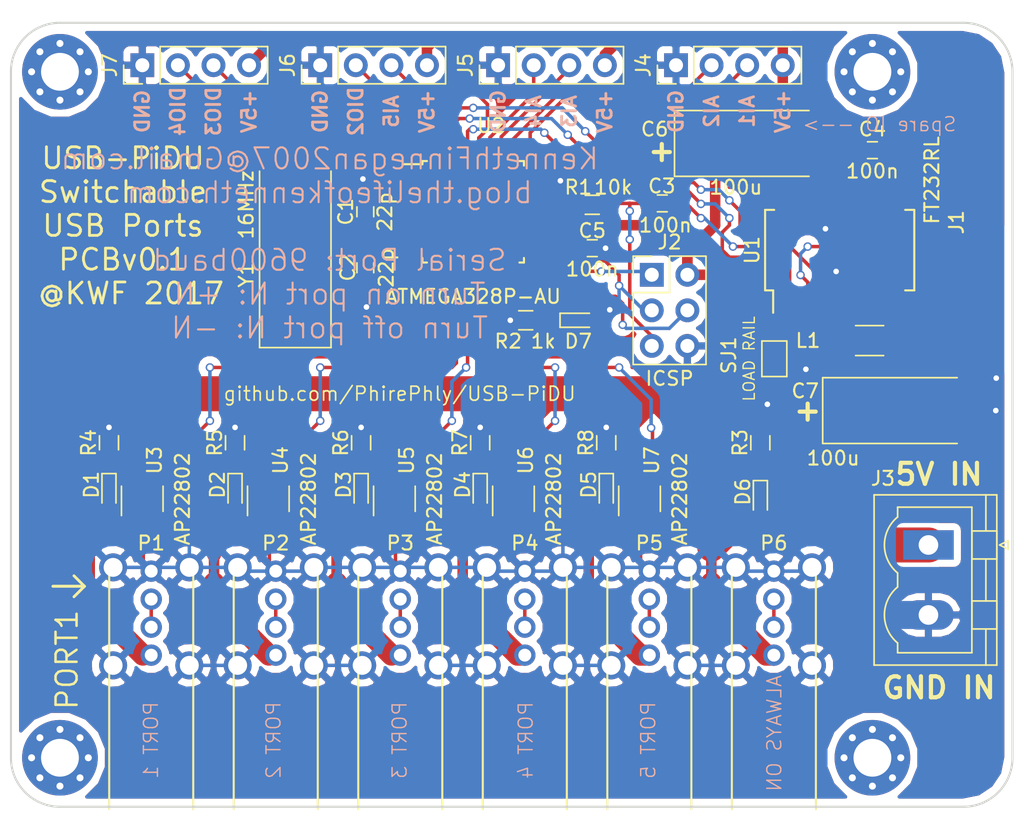
<source format=kicad_pcb>
(kicad_pcb (version 4) (host pcbnew 4.0.6-e0-6349~53~ubuntu16.04.1)
  (layers (0 F.Cu signal) (31 B.Cu signal) (34 B.Paste user) (35 F.Paste user) (36 B.SilkS user) (37 F.SilkS user) (38 B.Mask user) (39 F.Mask user) (44 Edge.Cuts user))
  (net 0 "")
  (net 1 GND)
  (net 2 "Net-(C1-Pad2)")
  (net 3 RESET)
  (net 4 "Net-(C2-Pad2)")
  (net 5 "Net-(C3-Pad2)")
  (net 6 "Net-(C4-Pad2)")
  (net 7 "Net-(D1-Pad2)")
  (net 8 "Net-(D1-Pad1)")
  (net 9 "Net-(D2-Pad2)")
  (net 10 "Net-(D2-Pad1)")
  (net 11 "Net-(D3-Pad2)")
  (net 12 "Net-(D3-Pad1)")
  (net 13 "Net-(D4-Pad2)")
  (net 14 "Net-(D4-Pad1)")
  (net 15 "Net-(D5-Pad2)")
  (net 16 "Net-(D5-Pad1)")
  (net 17 +5VP)
  (net 18 "Net-(D6-Pad1)")
  (net 19 "Net-(J1-Pad1)")
  (net 20 "Net-(J1-Pad2)")
  (net 21 "Net-(J1-Pad3)")
  (net 22 "Net-(J2-Pad1)")
  (net 23 +5V)
  (net 24 "Net-(J2-Pad4)")
  (net 25 "Net-(P1-Pad2)")
  (net 26 "Net-(P2-Pad2)")
  (net 27 "Net-(P3-Pad2)")
  (net 28 "Net-(P4-Pad2)")
  (net 29 "Net-(P5-Pad2)")
  (net 30 "Net-(P6-Pad2)")
  (net 31 RXD)
  (net 32 TXD)
  (net 33 P2_CTL)
  (net 34 P3_CTL)
  (net 35 P4_CTL)
  (net 36 P5_CTL)
  (net 37 P1_CTL)
  (net 38 AI2)
  (net 39 AI1)
  (net 40 AI4)
  (net 41 AI3)
  (net 42 DIO2)
  (net 43 AI5)
  (net 44 DIO4)
  (net 45 DIO3)
  (net 46 "Net-(D7-Pad2)")
  (net 47 "Net-(D7-Pad1)")
  (module Capacitors_SMD:C_0603_HandSoldering (layer F.Cu) (at 71.8 60 270)
    (fp_text reference C1 (at 0 1.4 270) (layer F.SilkS))
    (fp_text value 22p (at 0 -1.4 270) (layer F.SilkS))
    (pad 1 smd rect (at -0.95 0 270) (size 1.2 0.75) (layers F.Cu F.Paste F.Mask) (net 1 GND))
    (pad 2 smd rect (at 0.95 0 270) (size 1.2 0.75) (layers F.Cu F.Paste F.Mask) (net 2 "Net-(C1-Pad2)"))
  )
  (module Capacitors_SMD:C_0603_HandSoldering (layer F.Cu) (at 71.8 64 90)
    (fp_text reference C2 (at 0 -1.25 90) (layer F.SilkS))
    (fp_text value 22p (at 0 1.5 90) (layer F.SilkS))
    (pad 1 smd rect (at -0.95 0 90) (size 1.2 0.75) (layers F.Cu F.Paste F.Mask) (net 1 GND))
    (pad 2 smd rect (at 0.95 0 90) (size 1.2 0.75) (layers F.Cu F.Paste F.Mask) (net 4 "Net-(C2-Pad2)"))
  )
  (module Capacitors_SMD:C_0603_HandSoldering (layer F.Cu) (at 93 59.4)
    (fp_text reference C3 (at -0.036 -1.234) (layer F.SilkS))
    (fp_text value 100n (at 0.218 1.56) (layer F.SilkS))
    (pad 1 smd rect (at -0.95 0) (size 1.2 0.75) (layers F.Cu F.Paste F.Mask) (net 3 RESET))
    (pad 2 smd rect (at 0.95 0) (size 1.2 0.75) (layers F.Cu F.Paste F.Mask) (net 5 "Net-(C3-Pad2)"))
  )
  (module Capacitors_SMD:C_0603_HandSoldering (layer F.Cu) (at 108 55.6)
    (fp_text reference C4 (at 0 -1.5) (layer F.SilkS))
    (fp_text value 100n (at 0 1.5) (layer F.SilkS))
    (pad 1 smd rect (at -0.95 0) (size 1.2 0.75) (layers F.Cu F.Paste F.Mask) (net 1 GND))
    (pad 2 smd rect (at 0.95 0) (size 1.2 0.75) (layers F.Cu F.Paste F.Mask) (net 6 "Net-(C4-Pad2)"))
  )
  (module LEDs:LED_0603 (layer F.Cu) (at 53.5 80 270)
    (fp_text reference D1 (at -0.5 1.25 270) (layer F.SilkS))
    (fp_text value LED)
    (pad 2 smd rect (at 0.8 0 90) (size 0.8 0.8) (layers F.Cu F.Paste F.Mask) (net 7 "Net-(D1-Pad2)"))
    (pad 1 smd rect (at -0.8 0 90) (size 0.8 0.8) (layers F.Cu F.Paste F.Mask) (net 8 "Net-(D1-Pad1)"))
  )
  (module LEDs:LED_0603 (layer F.Cu) (at 62.5 80 270)
    (fp_text reference D2 (at -0.5 1.25 270) (layer F.SilkS))
    (fp_text value LED)
    (pad 2 smd rect (at 0.8 0 90) (size 0.8 0.8) (layers F.Cu F.Paste F.Mask) (net 9 "Net-(D2-Pad2)"))
    (pad 1 smd rect (at -0.8 0 90) (size 0.8 0.8) (layers F.Cu F.Paste F.Mask) (net 10 "Net-(D2-Pad1)"))
  )
  (module LEDs:LED_0603 (layer F.Cu) (at 71.5 80 270)
    (fp_text reference D3 (at -0.5 1.25 270) (layer F.SilkS))
    (fp_text value LED)
    (pad 2 smd rect (at 0.8 0 90) (size 0.8 0.8) (layers F.Cu F.Paste F.Mask) (net 11 "Net-(D3-Pad2)"))
    (pad 1 smd rect (at -0.8 0 90) (size 0.8 0.8) (layers F.Cu F.Paste F.Mask) (net 12 "Net-(D3-Pad1)"))
  )
  (module LEDs:LED_0603 (layer F.Cu) (at 80 80 270)
    (fp_text reference D4 (at -0.5 1.25 270) (layer F.SilkS))
    (fp_text value LED)
    (pad 2 smd rect (at 0.8 0 90) (size 0.8 0.8) (layers F.Cu F.Paste F.Mask) (net 13 "Net-(D4-Pad2)"))
    (pad 1 smd rect (at -0.8 0 90) (size 0.8 0.8) (layers F.Cu F.Paste F.Mask) (net 14 "Net-(D4-Pad1)"))
  )
  (module LEDs:LED_0603 (layer F.Cu) (at 89 80 270)
    (fp_text reference D5 (at -0.5 1.25 270) (layer F.SilkS))
    (fp_text value LED)
    (pad 2 smd rect (at 0.8 0 90) (size 0.8 0.8) (layers F.Cu F.Paste F.Mask) (net 15 "Net-(D5-Pad2)"))
    (pad 1 smd rect (at -0.8 0 90) (size 0.8 0.8) (layers F.Cu F.Paste F.Mask) (net 16 "Net-(D5-Pad1)"))
  )
  (module LEDs:LED_0603 (layer F.Cu) (at 100 80.5 270)
    (fp_text reference D6 (at -0.5 1.25 270) (layer F.SilkS))
    (fp_text value LED)
    (pad 2 smd rect (at 0.8 0 90) (size 0.8 0.8) (layers F.Cu F.Paste F.Mask) (net 17 +5VP))
    (pad 1 smd rect (at -0.8 0 90) (size 0.8 0.8) (layers F.Cu F.Paste F.Mask) (net 18 "Net-(D6-Pad1)"))
  )
  (module Inductors_SMD:L_1206_Handsoldering (layer F.Cu) (at 107.8 69.2)
    (fp_text reference L1 (at -4.4 0) (layer F.SilkS))
    (fp_text value 500mA)
    (pad 1 smd rect (at -2 0) (size 2 1.7) (layers F.Cu F.Paste F.Mask) (net 23 +5V))
    (pad 2 smd rect (at 2 0) (size 2 1.7) (layers F.Cu F.Paste F.Mask) (net 19 "Net-(J1-Pad1)"))
  )
  (module Mounting_Holes:MountingHole_2.7mm_M2.5_Pad_Via (layer F.Cu) (at 50 50)
    (fp_text reference MK1 hide)
    (fp_text value Mounting_Hole_PAD hide)
    (pad 1 thru_hole circle (at 0 0) (size 5.4 5.4) (drill 2.7) (layers *.Cu *.Mask))
    (pad "" thru_hole circle (at 2.025 0) (size 0.6 0.6) (drill 0.5) (layers *.Cu *.Mask))
    (pad "" thru_hole circle (at 1.431891 1.431891) (size 0.6 0.6) (drill 0.5) (layers *.Cu *.Mask))
    (pad "" thru_hole circle (at 0 2.025) (size 0.6 0.6) (drill 0.5) (layers *.Cu *.Mask))
    (pad "" thru_hole circle (at -1.431891 1.431891) (size 0.6 0.6) (drill 0.5) (layers *.Cu *.Mask))
    (pad "" thru_hole circle (at -2.025 0) (size 0.6 0.6) (drill 0.5) (layers *.Cu *.Mask))
    (pad "" thru_hole circle (at -1.431891 -1.431891) (size 0.6 0.6) (drill 0.5) (layers *.Cu *.Mask))
    (pad "" thru_hole circle (at 0 -2.025) (size 0.6 0.6) (drill 0.5) (layers *.Cu *.Mask))
    (pad "" thru_hole circle (at 1.431891 -1.431891) (size 0.6 0.6) (drill 0.5) (layers *.Cu *.Mask))
  )
  (module Mounting_Holes:MountingHole_2.7mm_M2.5_Pad_Via (layer F.Cu) (at 50 99)
    (fp_text reference MK2 hide)
    (fp_text value Mounting_Hole_PAD hide)
    (pad 1 thru_hole circle (at 0 0) (size 5.4 5.4) (drill 2.7) (layers *.Cu *.Mask))
    (pad "" thru_hole circle (at 2.025 0) (size 0.6 0.6) (drill 0.5) (layers *.Cu *.Mask))
    (pad "" thru_hole circle (at 1.431891 1.431891) (size 0.6 0.6) (drill 0.5) (layers *.Cu *.Mask))
    (pad "" thru_hole circle (at 0 2.025) (size 0.6 0.6) (drill 0.5) (layers *.Cu *.Mask))
    (pad "" thru_hole circle (at -1.431891 1.431891) (size 0.6 0.6) (drill 0.5) (layers *.Cu *.Mask))
    (pad "" thru_hole circle (at -2.025 0) (size 0.6 0.6) (drill 0.5) (layers *.Cu *.Mask))
    (pad "" thru_hole circle (at -1.431891 -1.431891) (size 0.6 0.6) (drill 0.5) (layers *.Cu *.Mask))
    (pad "" thru_hole circle (at 0 -2.025) (size 0.6 0.6) (drill 0.5) (layers *.Cu *.Mask))
    (pad "" thru_hole circle (at 1.431891 -1.431891) (size 0.6 0.6) (drill 0.5) (layers *.Cu *.Mask))
  )
  (module Mounting_Holes:MountingHole_2.7mm_M2.5_Pad_Via (layer F.Cu) (at 108 50)
    (fp_text reference MK3 hide)
    (fp_text value Mounting_Hole_PAD hide)
    (pad 1 thru_hole circle (at 0 0) (size 5.4 5.4) (drill 2.7) (layers *.Cu *.Mask))
    (pad "" thru_hole circle (at 2.025 0) (size 0.6 0.6) (drill 0.5) (layers *.Cu *.Mask))
    (pad "" thru_hole circle (at 1.431891 1.431891) (size 0.6 0.6) (drill 0.5) (layers *.Cu *.Mask))
    (pad "" thru_hole circle (at 0 2.025) (size 0.6 0.6) (drill 0.5) (layers *.Cu *.Mask))
    (pad "" thru_hole circle (at -1.431891 1.431891) (size 0.6 0.6) (drill 0.5) (layers *.Cu *.Mask))
    (pad "" thru_hole circle (at -2.025 0) (size 0.6 0.6) (drill 0.5) (layers *.Cu *.Mask))
    (pad "" thru_hole circle (at -1.431891 -1.431891) (size 0.6 0.6) (drill 0.5) (layers *.Cu *.Mask))
    (pad "" thru_hole circle (at 0 -2.025) (size 0.6 0.6) (drill 0.5) (layers *.Cu *.Mask))
    (pad "" thru_hole circle (at 1.431891 -1.431891) (size 0.6 0.6) (drill 0.5) (layers *.Cu *.Mask))
  )
  (module Mounting_Holes:MountingHole_2.7mm_M2.5_Pad_Via (layer F.Cu) (at 108 99)
    (fp_text reference MK4 hide)
    (fp_text value Mounting_Hole_PAD hide)
    (pad 1 thru_hole circle (at 0 0) (size 5.4 5.4) (drill 2.7) (layers *.Cu *.Mask))
    (pad "" thru_hole circle (at 2.025 0) (size 0.6 0.6) (drill 0.5) (layers *.Cu *.Mask))
    (pad "" thru_hole circle (at 1.431891 1.431891) (size 0.6 0.6) (drill 0.5) (layers *.Cu *.Mask))
    (pad "" thru_hole circle (at 0 2.025) (size 0.6 0.6) (drill 0.5) (layers *.Cu *.Mask))
    (pad "" thru_hole circle (at -1.431891 1.431891) (size 0.6 0.6) (drill 0.5) (layers *.Cu *.Mask))
    (pad "" thru_hole circle (at -2.025 0) (size 0.6 0.6) (drill 0.5) (layers *.Cu *.Mask))
    (pad "" thru_hole circle (at -1.431891 -1.431891) (size 0.6 0.6) (drill 0.5) (layers *.Cu *.Mask))
    (pad "" thru_hole circle (at 0 -2.025) (size 0.6 0.6) (drill 0.5) (layers *.Cu *.Mask))
    (pad "" thru_hole circle (at 1.431891 -1.431891) (size 0.6 0.6) (drill 0.5) (layers *.Cu *.Mask))
  )
  (module USP-PiDU:USB_A_RightAngle_side (layer F.Cu) (at 56.515 91.67 90)
    (fp_text reference P1 (at 8 0 180) (layer F.SilkS))
    (fp_text value USB_A)
    (pad 5 thru_hole circle (at 6.27 2.72 90) (size 2 2) (drill 1.35) (layers *.Cu *.Mask) (net 1 GND))
    (pad 5 thru_hole circle (at 6.27 -2.72 90) (size 2 2) (drill 1.35) (layers *.Cu *.Mask) (net 1 GND))
    (pad 5 thru_hole circle (at -0.73 2.72 90) (size 2 2) (drill 1.35) (layers *.Cu *.Mask) (net 1 GND))
    (pad 1 thru_hole circle (at 0 0 90) (size 1.524 1.524) (drill 0.92) (layers *.Cu *.Mask) (net 7 "Net-(D1-Pad2)"))
    (pad 2 thru_hole circle (at 2 0 90) (size 1.524 1.524) (drill 0.92) (layers *.Cu *.Mask) (net 25 "Net-(P1-Pad2)"))
    (pad 3 thru_hole circle (at 4 0 90) (size 1.524 1.524) (drill 0.92) (layers *.Cu *.Mask) (net 25 "Net-(P1-Pad2)"))
    (pad 4 thru_hole circle (at 6 0 90) (size 1.524 1.524) (drill 0.92) (layers *.Cu *.Mask) (net 1 GND))
    (pad 5 thru_hole circle (at -0.73 -2.72 90) (size 2 2) (drill 1.35) (layers *.Cu *.Mask) (net 1 GND))
  )
  (module USP-PiDU:USB_A_RightAngle_side (layer F.Cu) (at 65.405 91.67 90)
    (fp_text reference P2 (at 8 0 180) (layer F.SilkS))
    (fp_text value USB_A)
    (pad 5 thru_hole circle (at 6.27 2.72 90) (size 2 2) (drill 1.35) (layers *.Cu *.Mask) (net 1 GND))
    (pad 5 thru_hole circle (at 6.27 -2.72 90) (size 2 2) (drill 1.35) (layers *.Cu *.Mask) (net 1 GND))
    (pad 5 thru_hole circle (at -0.73 2.72 90) (size 2 2) (drill 1.35) (layers *.Cu *.Mask) (net 1 GND))
    (pad 1 thru_hole circle (at 0 0 90) (size 1.524 1.524) (drill 0.92) (layers *.Cu *.Mask) (net 9 "Net-(D2-Pad2)"))
    (pad 2 thru_hole circle (at 2 0 90) (size 1.524 1.524) (drill 0.92) (layers *.Cu *.Mask) (net 26 "Net-(P2-Pad2)"))
    (pad 3 thru_hole circle (at 4 0 90) (size 1.524 1.524) (drill 0.92) (layers *.Cu *.Mask) (net 26 "Net-(P2-Pad2)"))
    (pad 4 thru_hole circle (at 6 0 90) (size 1.524 1.524) (drill 0.92) (layers *.Cu *.Mask) (net 1 GND))
    (pad 5 thru_hole circle (at -0.73 -2.72 90) (size 2 2) (drill 1.35) (layers *.Cu *.Mask) (net 1 GND))
  )
  (module USP-PiDU:USB_A_RightAngle_side (layer F.Cu) (at 74.295 91.67 90)
    (fp_text reference P3 (at 8 0 180) (layer F.SilkS))
    (fp_text value USB_A)
    (pad 5 thru_hole circle (at 6.27 2.72 90) (size 2 2) (drill 1.35) (layers *.Cu *.Mask) (net 1 GND))
    (pad 5 thru_hole circle (at 6.27 -2.72 90) (size 2 2) (drill 1.35) (layers *.Cu *.Mask) (net 1 GND))
    (pad 5 thru_hole circle (at -0.73 2.72 90) (size 2 2) (drill 1.35) (layers *.Cu *.Mask) (net 1 GND))
    (pad 1 thru_hole circle (at 0 0 90) (size 1.524 1.524) (drill 0.92) (layers *.Cu *.Mask) (net 11 "Net-(D3-Pad2)"))
    (pad 2 thru_hole circle (at 2 0 90) (size 1.524 1.524) (drill 0.92) (layers *.Cu *.Mask) (net 27 "Net-(P3-Pad2)"))
    (pad 3 thru_hole circle (at 4 0 90) (size 1.524 1.524) (drill 0.92) (layers *.Cu *.Mask) (net 27 "Net-(P3-Pad2)"))
    (pad 4 thru_hole circle (at 6 0 90) (size 1.524 1.524) (drill 0.92) (layers *.Cu *.Mask) (net 1 GND))
    (pad 5 thru_hole circle (at -0.73 -2.72 90) (size 2 2) (drill 1.35) (layers *.Cu *.Mask) (net 1 GND))
  )
  (module USP-PiDU:USB_A_RightAngle_side (layer F.Cu) (at 83.185 91.67 90)
    (fp_text reference P4 (at 8 0 180) (layer F.SilkS))
    (fp_text value USB_A)
    (pad 5 thru_hole circle (at 6.27 2.72 90) (size 2 2) (drill 1.35) (layers *.Cu *.Mask) (net 1 GND))
    (pad 5 thru_hole circle (at 6.27 -2.72 90) (size 2 2) (drill 1.35) (layers *.Cu *.Mask) (net 1 GND))
    (pad 5 thru_hole circle (at -0.73 2.72 90) (size 2 2) (drill 1.35) (layers *.Cu *.Mask) (net 1 GND))
    (pad 1 thru_hole circle (at 0 0 90) (size 1.524 1.524) (drill 0.92) (layers *.Cu *.Mask) (net 13 "Net-(D4-Pad2)"))
    (pad 2 thru_hole circle (at 2 0 90) (size 1.524 1.524) (drill 0.92) (layers *.Cu *.Mask) (net 28 "Net-(P4-Pad2)"))
    (pad 3 thru_hole circle (at 4 0 90) (size 1.524 1.524) (drill 0.92) (layers *.Cu *.Mask) (net 28 "Net-(P4-Pad2)"))
    (pad 4 thru_hole circle (at 6 0 90) (size 1.524 1.524) (drill 0.92) (layers *.Cu *.Mask) (net 1 GND))
    (pad 5 thru_hole circle (at -0.73 -2.72 90) (size 2 2) (drill 1.35) (layers *.Cu *.Mask) (net 1 GND))
  )
  (module USP-PiDU:USB_A_RightAngle_side (layer F.Cu) (at 92.075 91.67 90)
    (fp_text reference P5 (at 8 0 180) (layer F.SilkS))
    (fp_text value USB_A)
    (pad 5 thru_hole circle (at 6.27 2.72 90) (size 2 2) (drill 1.35) (layers *.Cu *.Mask) (net 1 GND))
    (pad 5 thru_hole circle (at 6.27 -2.72 90) (size 2 2) (drill 1.35) (layers *.Cu *.Mask) (net 1 GND))
    (pad 5 thru_hole circle (at -0.73 2.72 90) (size 2 2) (drill 1.35) (layers *.Cu *.Mask) (net 1 GND))
    (pad 1 thru_hole circle (at 0 0 90) (size 1.524 1.524) (drill 0.92) (layers *.Cu *.Mask) (net 15 "Net-(D5-Pad2)"))
    (pad 2 thru_hole circle (at 2 0 90) (size 1.524 1.524) (drill 0.92) (layers *.Cu *.Mask) (net 29 "Net-(P5-Pad2)"))
    (pad 3 thru_hole circle (at 4 0 90) (size 1.524 1.524) (drill 0.92) (layers *.Cu *.Mask) (net 29 "Net-(P5-Pad2)"))
    (pad 4 thru_hole circle (at 6 0 90) (size 1.524 1.524) (drill 0.92) (layers *.Cu *.Mask) (net 1 GND))
    (pad 5 thru_hole circle (at -0.73 -2.72 90) (size 2 2) (drill 1.35) (layers *.Cu *.Mask) (net 1 GND))
  )
  (module USP-PiDU:USB_A_RightAngle_side (layer F.Cu) (at 100.965 91.67 90)
    (fp_text reference P6 (at 8 0 180) (layer F.SilkS))
    (fp_text value USB_A)
    (pad 5 thru_hole circle (at 6.27 2.72 90) (size 2 2) (drill 1.35) (layers *.Cu *.Mask) (net 1 GND))
    (pad 5 thru_hole circle (at 6.27 -2.72 90) (size 2 2) (drill 1.35) (layers *.Cu *.Mask) (net 1 GND))
    (pad 5 thru_hole circle (at -0.73 2.72 90) (size 2 2) (drill 1.35) (layers *.Cu *.Mask) (net 1 GND))
    (pad 1 thru_hole circle (at 0 0 90) (size 1.524 1.524) (drill 0.92) (layers *.Cu *.Mask) (net 17 +5VP))
    (pad 2 thru_hole circle (at 2 0 90) (size 1.524 1.524) (drill 0.92) (layers *.Cu *.Mask) (net 30 "Net-(P6-Pad2)"))
    (pad 3 thru_hole circle (at 4 0 90) (size 1.524 1.524) (drill 0.92) (layers *.Cu *.Mask) (net 30 "Net-(P6-Pad2)"))
    (pad 4 thru_hole circle (at 6 0 90) (size 1.524 1.524) (drill 0.92) (layers *.Cu *.Mask) (net 1 GND))
    (pad 5 thru_hole circle (at -0.73 -2.72 90) (size 2 2) (drill 1.35) (layers *.Cu *.Mask) (net 1 GND))
  )
  (module Resistors_SMD:R_0603_HandSoldering (layer F.Cu) (at 88 59.5)
    (fp_text reference R1 (at -1 -1.25) (layer F.SilkS))
    (fp_text value 10k (at 1.5 -1.25) (layer F.SilkS))
    (pad 1 smd rect (at -1.1 0) (size 1.2 0.9) (layers F.Cu F.Paste F.Mask) (net 23 +5V))
    (pad 2 smd rect (at 1.1 0) (size 1.2 0.9) (layers F.Cu F.Paste F.Mask) (net 3 RESET))
  )
  (module Resistors_SMD:R_0603_HandSoldering (layer F.Cu) (at 100 76.5 90)
    (fp_text reference R3 (at 0 -1.45 90) (layer F.SilkS))
    (fp_text value 1k)
    (pad 1 smd rect (at -1.1 0 90) (size 1.2 0.9) (layers F.Cu F.Paste F.Mask) (net 18 "Net-(D6-Pad1)"))
    (pad 2 smd rect (at 1.1 0 90) (size 1.2 0.9) (layers F.Cu F.Paste F.Mask) (net 1 GND))
  )
  (module Resistors_SMD:R_0603_HandSoldering (layer F.Cu) (at 53.5 76.5 90)
    (fp_text reference R4 (at 0 -1.45 90) (layer F.SilkS))
    (fp_text value 1k)
    (pad 1 smd rect (at -1.1 0 90) (size 1.2 0.9) (layers F.Cu F.Paste F.Mask) (net 8 "Net-(D1-Pad1)"))
    (pad 2 smd rect (at 1.1 0 90) (size 1.2 0.9) (layers F.Cu F.Paste F.Mask) (net 1 GND))
  )
  (module Resistors_SMD:R_0603_HandSoldering (layer F.Cu) (at 62.5 76.5 90)
    (fp_text reference R5 (at 0 -1.45 90) (layer F.SilkS))
    (fp_text value 1k)
    (pad 1 smd rect (at -1.1 0 90) (size 1.2 0.9) (layers F.Cu F.Paste F.Mask) (net 10 "Net-(D2-Pad1)"))
    (pad 2 smd rect (at 1.1 0 90) (size 1.2 0.9) (layers F.Cu F.Paste F.Mask) (net 1 GND))
  )
  (module Resistors_SMD:R_0603_HandSoldering (layer F.Cu) (at 71.5 76.5 90)
    (fp_text reference R6 (at 0 -1.45 90) (layer F.SilkS))
    (fp_text value 1k)
    (pad 1 smd rect (at -1.1 0 90) (size 1.2 0.9) (layers F.Cu F.Paste F.Mask) (net 12 "Net-(D3-Pad1)"))
    (pad 2 smd rect (at 1.1 0 90) (size 1.2 0.9) (layers F.Cu F.Paste F.Mask) (net 1 GND))
  )
  (module Resistors_SMD:R_0603_HandSoldering (layer F.Cu) (at 80 76.5 90)
    (fp_text reference R7 (at 0 -1.45 90) (layer F.SilkS))
    (fp_text value 1k)
    (pad 1 smd rect (at -1.1 0 90) (size 1.2 0.9) (layers F.Cu F.Paste F.Mask) (net 14 "Net-(D4-Pad1)"))
    (pad 2 smd rect (at 1.1 0 90) (size 1.2 0.9) (layers F.Cu F.Paste F.Mask) (net 1 GND))
  )
  (module Resistors_SMD:R_0603_HandSoldering (layer F.Cu) (at 89 76.5 90)
    (fp_text reference R8 (at 0 -1.45 90) (layer F.SilkS))
    (fp_text value 1k)
    (pad 1 smd rect (at -1.1 0 90) (size 1.2 0.9) (layers F.Cu F.Paste F.Mask) (net 16 "Net-(D5-Pad1)"))
    (pad 2 smd rect (at 1.1 0 90) (size 1.2 0.9) (layers F.Cu F.Paste F.Mask) (net 1 GND))
  )
  (module Housings_SSOP:SSOP-28_5.3x10.2mm_Pitch0.65mm (layer F.Cu) (at 105.664 62.738 90)
    (fp_text reference U1 (at 0 -6.25 90) (layer F.SilkS))
    (fp_text value FT232RL (at 4.988 6.586 90) (layer F.SilkS))
    (pad 1 smd rect (at -3.6 -4.225 90) (size 1.75 0.45) (layers F.Cu F.Paste F.Mask) (net 31 RXD))
    (pad 2 smd rect (at -3.6 -3.575 90) (size 1.75 0.45) (layers F.Cu F.Paste F.Mask) (net 5 "Net-(C3-Pad2)"))
    (pad 3 smd rect (at -3.6 -2.925 90) (size 1.75 0.45) (layers F.Cu F.Paste F.Mask))
    (pad 4 smd rect (at -3.6 -2.275 90) (size 1.75 0.45) (layers F.Cu F.Paste F.Mask) (net 23 +5V))
    (pad 5 smd rect (at -3.6 -1.625 90) (size 1.75 0.45) (layers F.Cu F.Paste F.Mask) (net 32 TXD))
    (pad 6 smd rect (at -3.6 -0.975 90) (size 1.75 0.45) (layers F.Cu F.Paste F.Mask))
    (pad 7 smd rect (at -3.6 -0.325 90) (size 1.75 0.45) (layers F.Cu F.Paste F.Mask) (net 1 GND))
    (pad 8 smd rect (at -3.6 0.325 90) (size 1.75 0.45) (layers F.Cu F.Paste F.Mask))
    (pad 9 smd rect (at -3.6 0.975 90) (size 1.75 0.45) (layers F.Cu F.Paste F.Mask))
    (pad 10 smd rect (at -3.6 1.625 90) (size 1.75 0.45) (layers F.Cu F.Paste F.Mask))
    (pad 11 smd rect (at -3.6 2.275 90) (size 1.75 0.45) (layers F.Cu F.Paste F.Mask))
    (pad 12 smd rect (at -3.6 2.925 90) (size 1.75 0.45) (layers F.Cu F.Paste F.Mask))
    (pad 13 smd rect (at -3.6 3.575 90) (size 1.75 0.45) (layers F.Cu F.Paste F.Mask))
    (pad 14 smd rect (at -3.6 4.225 90) (size 1.75 0.45) (layers F.Cu F.Paste F.Mask))
    (pad 15 smd rect (at 3.6 4.225 90) (size 1.75 0.45) (layers F.Cu F.Paste F.Mask) (net 21 "Net-(J1-Pad3)"))
    (pad 16 smd rect (at 3.6 3.575 90) (size 1.75 0.45) (layers F.Cu F.Paste F.Mask) (net 20 "Net-(J1-Pad2)"))
    (pad 17 smd rect (at 3.6 2.925 90) (size 1.75 0.45) (layers F.Cu F.Paste F.Mask) (net 6 "Net-(C4-Pad2)"))
    (pad 18 smd rect (at 3.6 2.275 90) (size 1.75 0.45) (layers F.Cu F.Paste F.Mask) (net 1 GND))
    (pad 19 smd rect (at 3.6 1.625 90) (size 1.75 0.45) (layers F.Cu F.Paste F.Mask))
    (pad 20 smd rect (at 3.6 0.975 90) (size 1.75 0.45) (layers F.Cu F.Paste F.Mask) (net 23 +5V))
    (pad 21 smd rect (at 3.6 0.325 90) (size 1.75 0.45) (layers F.Cu F.Paste F.Mask) (net 1 GND))
    (pad 22 smd rect (at 3.6 -0.325 90) (size 1.75 0.45) (layers F.Cu F.Paste F.Mask))
    (pad 23 smd rect (at 3.6 -0.975 90) (size 1.75 0.45) (layers F.Cu F.Paste F.Mask))
    (pad 24 smd rect (at 3.6 -1.625 90) (size 1.75 0.45) (layers F.Cu F.Paste F.Mask))
    (pad 25 smd rect (at 3.6 -2.275 90) (size 1.75 0.45) (layers F.Cu F.Paste F.Mask) (net 1 GND))
    (pad 26 smd rect (at 3.6 -2.925 90) (size 1.75 0.45) (layers F.Cu F.Paste F.Mask) (net 1 GND))
    (pad 27 smd rect (at 3.6 -3.575 90) (size 1.75 0.45) (layers F.Cu F.Paste F.Mask))
    (pad 28 smd rect (at 3.6 -4.225 90) (size 1.75 0.45) (layers F.Cu F.Paste F.Mask))
  )
  (module Housings_QFP:TQFP-32_7x7mm_Pitch0.8mm (layer F.Cu) (at 79.5 60)
    (fp_text reference U2 (at 1.272 -6.152) (layer F.SilkS))
    (fp_text value ATMEGA328P-AU (at 0 6.05) (layer F.SilkS))
    (pad 1 smd rect (at -4.25 -2.8) (size 1.6 0.55) (layers F.Cu F.Paste F.Mask) (net 45 DIO3))
    (pad 2 smd rect (at -4.25 -2) (size 1.6 0.55) (layers F.Cu F.Paste F.Mask) (net 44 DIO4))
    (pad 3 smd rect (at -4.25 -1.2) (size 1.6 0.55) (layers F.Cu F.Paste F.Mask) (net 1 GND))
    (pad 4 smd rect (at -4.25 -0.4) (size 1.6 0.55) (layers F.Cu F.Paste F.Mask) (net 23 +5V))
    (pad 5 smd rect (at -4.25 0.4) (size 1.6 0.55) (layers F.Cu F.Paste F.Mask) (net 1 GND))
    (pad 6 smd rect (at -4.25 1.2) (size 1.6 0.55) (layers F.Cu F.Paste F.Mask) (net 23 +5V))
    (pad 7 smd rect (at -4.25 2) (size 1.6 0.55) (layers F.Cu F.Paste F.Mask) (net 2 "Net-(C1-Pad2)"))
    (pad 8 smd rect (at -4.25 2.8) (size 1.6 0.55) (layers F.Cu F.Paste F.Mask) (net 4 "Net-(C2-Pad2)"))
    (pad 9 smd rect (at -2.8 4.25 90) (size 1.6 0.55) (layers F.Cu F.Paste F.Mask))
    (pad 10 smd rect (at -2 4.25 90) (size 1.6 0.55) (layers F.Cu F.Paste F.Mask) (net 37 P1_CTL))
    (pad 11 smd rect (at -1.2 4.25 90) (size 1.6 0.55) (layers F.Cu F.Paste F.Mask) (net 33 P2_CTL))
    (pad 12 smd rect (at -0.4 4.25 90) (size 1.6 0.55) (layers F.Cu F.Paste F.Mask) (net 34 P3_CTL))
    (pad 13 smd rect (at 0.4 4.25 90) (size 1.6 0.55) (layers F.Cu F.Paste F.Mask) (net 35 P4_CTL))
    (pad 14 smd rect (at 1.2 4.25 90) (size 1.6 0.55) (layers F.Cu F.Paste F.Mask) (net 36 P5_CTL))
    (pad 15 smd rect (at 2 4.25 90) (size 1.6 0.55) (layers F.Cu F.Paste F.Mask) (net 24 "Net-(J2-Pad4)"))
    (pad 16 smd rect (at 2.8 4.25 90) (size 1.6 0.55) (layers F.Cu F.Paste F.Mask) (net 22 "Net-(J2-Pad1)"))
    (pad 17 smd rect (at 4.25 2.8) (size 1.6 0.55) (layers F.Cu F.Paste F.Mask) (net 46 "Net-(D7-Pad2)"))
    (pad 18 smd rect (at 4.25 2) (size 1.6 0.55) (layers F.Cu F.Paste F.Mask) (net 23 +5V))
    (pad 19 smd rect (at 4.25 1.2) (size 1.6 0.55) (layers F.Cu F.Paste F.Mask))
    (pad 20 smd rect (at 4.25 0.4) (size 1.6 0.55) (layers F.Cu F.Paste F.Mask) (net 23 +5V))
    (pad 21 smd rect (at 4.25 -0.4) (size 1.6 0.55) (layers F.Cu F.Paste F.Mask) (net 1 GND))
    (pad 22 smd rect (at 4.25 -1.2) (size 1.6 0.55) (layers F.Cu F.Paste F.Mask))
    (pad 23 smd rect (at 4.25 -2) (size 1.6 0.55) (layers F.Cu F.Paste F.Mask))
    (pad 24 smd rect (at 4.25 -2.8) (size 1.6 0.55) (layers F.Cu F.Paste F.Mask) (net 39 AI1))
    (pad 25 smd rect (at 2.8 -4.25 90) (size 1.6 0.55) (layers F.Cu F.Paste F.Mask) (net 38 AI2))
    (pad 26 smd rect (at 2 -4.25 90) (size 1.6 0.55) (layers F.Cu F.Paste F.Mask) (net 41 AI3))
    (pad 27 smd rect (at 1.2 -4.25 90) (size 1.6 0.55) (layers F.Cu F.Paste F.Mask) (net 40 AI4))
    (pad 28 smd rect (at 0.4 -4.25 90) (size 1.6 0.55) (layers F.Cu F.Paste F.Mask) (net 43 AI5))
    (pad 29 smd rect (at -0.4 -4.25 90) (size 1.6 0.55) (layers F.Cu F.Paste F.Mask) (net 3 RESET))
    (pad 30 smd rect (at -1.2 -4.25 90) (size 1.6 0.55) (layers F.Cu F.Paste F.Mask) (net 31 RXD))
    (pad 31 smd rect (at -2 -4.25 90) (size 1.6 0.55) (layers F.Cu F.Paste F.Mask) (net 32 TXD))
    (pad 32 smd rect (at -2.8 -4.25 90) (size 1.6 0.55) (layers F.Cu F.Paste F.Mask) (net 42 DIO2))
  )
  (module USP-PiDU:SOT-25-5 (layer F.Cu) (at 56 80.5 90)
    (fp_text reference U3 (at 2.75 0.75 90) (layer F.SilkS))
    (fp_text value AP22802 (at 0 2.75 90) (layer F.SilkS))
    (pad 1 smd rect (at -1.25 -1 90) (size 0.8 0.55) (layers F.Cu F.Paste F.Mask) (net 7 "Net-(D1-Pad2)"))
    (pad 2 smd rect (at -1.25 -0.05 90) (size 0.8 0.55) (layers F.Cu F.Paste F.Mask) (net 1 GND))
    (pad 3 smd rect (at -1.25 0.8 90) (size 0.8 0.55) (layers F.Cu F.Paste F.Mask))
    (pad 4 smd rect (at 1.15 0.8 90) (size 0.8 0.55) (layers F.Cu F.Paste F.Mask) (net 37 P1_CTL))
    (pad 5 smd rect (at 1.15 -1 90) (size 0.8 0.55) (layers F.Cu F.Paste F.Mask) (net 17 +5VP))
  )
  (module USP-PiDU:SOT-25-5 (layer F.Cu) (at 65 80.5 90)
    (fp_text reference U4 (at 2.75 0.75 90) (layer F.SilkS))
    (fp_text value AP22802 (at 0 2.75 90) (layer F.SilkS))
    (pad 1 smd rect (at -1.25 -1 90) (size 0.8 0.55) (layers F.Cu F.Paste F.Mask) (net 9 "Net-(D2-Pad2)"))
    (pad 2 smd rect (at -1.25 -0.05 90) (size 0.8 0.55) (layers F.Cu F.Paste F.Mask) (net 1 GND))
    (pad 3 smd rect (at -1.25 0.8 90) (size 0.8 0.55) (layers F.Cu F.Paste F.Mask))
    (pad 4 smd rect (at 1.15 0.8 90) (size 0.8 0.55) (layers F.Cu F.Paste F.Mask) (net 33 P2_CTL))
    (pad 5 smd rect (at 1.15 -1 90) (size 0.8 0.55) (layers F.Cu F.Paste F.Mask) (net 17 +5VP))
  )
  (module USP-PiDU:SOT-25-5 (layer F.Cu) (at 74 80.5 90)
    (fp_text reference U5 (at 2.75 0.75 90) (layer F.SilkS))
    (fp_text value AP22802 (at 0 2.75 90) (layer F.SilkS))
    (pad 1 smd rect (at -1.25 -1 90) (size 0.8 0.55) (layers F.Cu F.Paste F.Mask) (net 11 "Net-(D3-Pad2)"))
    (pad 2 smd rect (at -1.25 -0.05 90) (size 0.8 0.55) (layers F.Cu F.Paste F.Mask) (net 1 GND))
    (pad 3 smd rect (at -1.25 0.8 90) (size 0.8 0.55) (layers F.Cu F.Paste F.Mask))
    (pad 4 smd rect (at 1.15 0.8 90) (size 0.8 0.55) (layers F.Cu F.Paste F.Mask) (net 34 P3_CTL))
    (pad 5 smd rect (at 1.15 -1 90) (size 0.8 0.55) (layers F.Cu F.Paste F.Mask) (net 17 +5VP))
  )
  (module USP-PiDU:SOT-25-5 (layer F.Cu) (at 82.5 80.5 90)
    (fp_text reference U6 (at 2.75 0.75 90) (layer F.SilkS))
    (fp_text value AP22802 (at 0 2.75 90) (layer F.SilkS))
    (pad 1 smd rect (at -1.25 -1 90) (size 0.8 0.55) (layers F.Cu F.Paste F.Mask) (net 13 "Net-(D4-Pad2)"))
    (pad 2 smd rect (at -1.25 -0.05 90) (size 0.8 0.55) (layers F.Cu F.Paste F.Mask) (net 1 GND))
    (pad 3 smd rect (at -1.25 0.8 90) (size 0.8 0.55) (layers F.Cu F.Paste F.Mask))
    (pad 4 smd rect (at 1.15 0.8 90) (size 0.8 0.55) (layers F.Cu F.Paste F.Mask) (net 35 P4_CTL))
    (pad 5 smd rect (at 1.15 -1 90) (size 0.8 0.55) (layers F.Cu F.Paste F.Mask) (net 17 +5VP))
  )
  (module USP-PiDU:SOT-25-5 (layer F.Cu) (at 91.5 80.5 90)
    (fp_text reference U7 (at 2.75 0.75 90) (layer F.SilkS))
    (fp_text value AP22802 (at 0 2.75 90) (layer F.SilkS))
    (pad 1 smd rect (at -1.25 -1 90) (size 0.8 0.55) (layers F.Cu F.Paste F.Mask) (net 15 "Net-(D5-Pad2)"))
    (pad 2 smd rect (at -1.25 -0.05 90) (size 0.8 0.55) (layers F.Cu F.Paste F.Mask) (net 1 GND))
    (pad 3 smd rect (at -1.25 0.8 90) (size 0.8 0.55) (layers F.Cu F.Paste F.Mask))
    (pad 4 smd rect (at 1.15 0.8 90) (size 0.8 0.55) (layers F.Cu F.Paste F.Mask) (net 36 P5_CTL))
    (pad 5 smd rect (at 1.15 -1 90) (size 0.8 0.55) (layers F.Cu F.Paste F.Mask) (net 17 +5VP))
  )
  (module Crystals:Crystal_SMD_HC49-SD (layer F.Cu) (at 66.8 63 90)
    (fp_text reference Y1 (at -1.5 -3.5 90) (layer F.SilkS))
    (fp_text value 16MHz (at 3.5 -3.5 90) (layer F.SilkS))
    (pad 1 smd rect (at -4.25 0 90) (size 4.5 2) (layers F.Cu F.Paste F.Mask) (net 4 "Net-(C2-Pad2)"))
    (pad 2 smd rect (at 4.25 0 90) (size 4.5 2) (layers F.Cu F.Paste F.Mask) (net 2 "Net-(C1-Pad2)"))
  )
  (module Pin_Headers:Pin_Header_Straight_2x03_Pitch2.54mm (layer F.Cu) (at 92.25 64.5)
    (fp_text reference J2 (at 1.27 -2.33) (layer F.SilkS))
    (fp_text value ICSP (at 1.27 7.41) (layer F.SilkS))
    (pad 1 thru_hole rect (at 0 0) (size 1.7 1.7) (drill 1) (layers *.Cu *.Mask) (net 22 "Net-(J2-Pad1)"))
    (pad 2 thru_hole oval (at 2.54 0) (size 1.7 1.7) (drill 1) (layers *.Cu *.Mask) (net 23 +5V))
    (pad 3 thru_hole oval (at 0 2.54) (size 1.7 1.7) (drill 1) (layers *.Cu *.Mask) (net 46 "Net-(D7-Pad2)"))
    (pad 4 thru_hole oval (at 2.54 2.54) (size 1.7 1.7) (drill 1) (layers *.Cu *.Mask) (net 24 "Net-(J2-Pad4)"))
    (pad 5 thru_hole oval (at 0 5.08) (size 1.7 1.7) (drill 1) (layers *.Cu *.Mask) (net 3 RESET))
    (pad 6 thru_hole oval (at 2.54 5.08) (size 1.7 1.7) (drill 1) (layers *.Cu *.Mask) (net 1 GND))
  )
  (module Connectors_Phoenix:PhoenixContact_MSTBVA-G_02x5.00mm_Vertical (layer F.Cu) (at 112 83.8 270)
    (fp_text reference J3 (at -4.75 3.25 360) (layer F.SilkS))
    (fp_text value "Load Rail Input")
    (pad 1 thru_hole rect (at 0 0 270) (size 2.1 3.6) (drill 1.4) (layers *.Cu *.Mask) (net 17 +5VP))
    (pad 2 thru_hole oval (at 5 0 270) (size 2.1 3.6) (drill 1.4) (layers *.Cu *.Mask) (net 1 GND))
  )
  (module USP-PiDU:USB_MicroB_SMT (layer F.Cu) (at 113.75 66.25 90)
    (fp_text reference J1 (at 5.5 0.25 90) (layer F.SilkS))
    (fp_text value 609-4613-1-ND hide)
    (pad 6 smd rect (at -3.8 2.675 90) (size 1.8 1.9) (layers F.Cu F.Paste F.Mask) (net 1 GND))
    (pad 6 smd rect (at 3.8 2.675 90) (size 1.8 1.9) (layers F.Cu F.Paste F.Mask) (net 1 GND))
    (pad 6 smd rect (at -1.2 2.675 90) (size 1.9 1.9) (layers F.Cu F.Paste F.Mask) (net 1 GND))
    (pad 6 smd rect (at 1.2 2.675 90) (size 1.9 1.9) (layers F.Cu F.Paste F.Mask) (net 1 GND))
    (pad 6 smd rect (at -3.1 0.125 90) (size 2.1 1.6) (layers F.Cu F.Paste F.Mask) (net 1 GND))
    (pad 1 smd rect (at -1.3 0 90) (size 0.4 1.35) (layers F.Cu F.Paste F.Mask) (net 19 "Net-(J1-Pad1)"))
    (pad 2 smd rect (at -0.65 0 90) (size 0.4 1.35) (layers F.Cu F.Paste F.Mask) (net 20 "Net-(J1-Pad2)"))
    (pad 3 smd rect (at 0 0 90) (size 0.4 1.35) (layers F.Cu F.Paste F.Mask) (net 21 "Net-(J1-Pad3)"))
    (pad 4 smd rect (at 0.65 0 90) (size 0.4 1.35) (layers F.Cu F.Paste F.Mask))
    (pad 5 smd rect (at 1.3 0 90) (size 0.4 1.35) (layers F.Cu F.Paste F.Mask) (net 1 GND))
    (pad 6 smd rect (at 3.1 0.125 90) (size 2.1 1.6) (layers F.Cu F.Paste F.Mask) (net 1 GND))
  )
  (module Capacitors_SMD:C_0603_HandSoldering (layer F.Cu) (at 88 62.6)
    (fp_text reference C5 (at 0 -1.25) (layer F.SilkS))
    (fp_text value 100n (at 0 1.5) (layer F.SilkS))
    (pad 1 smd rect (at -0.95 0) (size 1.2 0.75) (layers F.Cu F.Paste F.Mask) (net 23 +5V))
    (pad 2 smd rect (at 0.95 0) (size 1.2 0.75) (layers F.Cu F.Paste F.Mask) (net 1 GND))
  )
  (module Capacitors_Tantalum_SMD:CP_Tantalum_Case-X_EIA-7343-43_Hand (layer F.Cu) (at 99.822 55.118)
    (fp_text reference C6 (at -7.366 -1.016) (layer F.SilkS))
    (fp_text value 100u (at -1.572 3.132) (layer F.SilkS))
    (pad 1 smd rect (at -3.775 0) (size 3.75 2.7) (layers F.Cu F.Paste F.Mask) (net 23 +5V))
    (pad 2 smd rect (at 3.775 0) (size 3.75 2.7) (layers F.Cu F.Paste F.Mask) (net 1 GND))
  )
  (module Capacitors_Tantalum_SMD:CP_Tantalum_Case-X_EIA-7343-43_Hand (layer F.Cu) (at 110.4 74.2)
    (fp_text reference C7 (at -7.2 -1.4) (layer F.SilkS))
    (fp_text value 100u (at -5.2 3.4) (layer F.SilkS))
    (pad 1 smd rect (at -3.775 0) (size 3.75 2.7) (layers F.Cu F.Paste F.Mask) (net 17 +5VP))
    (pad 2 smd rect (at 3.775 0) (size 3.75 2.7) (layers F.Cu F.Paste F.Mask) (net 1 GND))
  )
  (module Pin_Headers:Pin_Header_Straight_1x04_Pitch2.54mm (layer F.Cu) (at 93.98 49.53 90)
    (fp_text reference J4 (at 0 -2.33 90) (layer F.SilkS))
    (fp_text value CONN_01X04)
    (pad 1 thru_hole rect (at 0 0 90) (size 1.7 1.7) (drill 1) (layers *.Cu *.Mask) (net 1 GND))
    (pad 2 thru_hole oval (at 0 2.54 90) (size 1.7 1.7) (drill 1) (layers *.Cu *.Mask) (net 38 AI2))
    (pad 3 thru_hole oval (at 0 5.08 90) (size 1.7 1.7) (drill 1) (layers *.Cu *.Mask) (net 39 AI1))
    (pad 4 thru_hole oval (at 0 7.62 90) (size 1.7 1.7) (drill 1) (layers *.Cu *.Mask) (net 23 +5V))
  )
  (module Pin_Headers:Pin_Header_Straight_1x04_Pitch2.54mm (layer F.Cu) (at 81.28 49.53 90)
    (fp_text reference J5 (at 0 -2.33 90) (layer F.SilkS))
    (fp_text value CONN_01X04)
    (pad 1 thru_hole rect (at 0 0 90) (size 1.7 1.7) (drill 1) (layers *.Cu *.Mask) (net 1 GND))
    (pad 2 thru_hole oval (at 0 2.54 90) (size 1.7 1.7) (drill 1) (layers *.Cu *.Mask) (net 40 AI4))
    (pad 3 thru_hole oval (at 0 5.08 90) (size 1.7 1.7) (drill 1) (layers *.Cu *.Mask) (net 41 AI3))
    (pad 4 thru_hole oval (at 0 7.62 90) (size 1.7 1.7) (drill 1) (layers *.Cu *.Mask) (net 23 +5V))
  )
  (module Pin_Headers:Pin_Header_Straight_1x04_Pitch2.54mm (layer F.Cu) (at 68.58 49.53 90)
    (fp_text reference J6 (at 0 -2.33 90) (layer F.SilkS))
    (fp_text value CONN_01X04)
    (pad 1 thru_hole rect (at 0 0 90) (size 1.7 1.7) (drill 1) (layers *.Cu *.Mask) (net 1 GND))
    (pad 2 thru_hole oval (at 0 2.54 90) (size 1.7 1.7) (drill 1) (layers *.Cu *.Mask) (net 42 DIO2))
    (pad 3 thru_hole oval (at 0 5.08 90) (size 1.7 1.7) (drill 1) (layers *.Cu *.Mask) (net 43 AI5))
    (pad 4 thru_hole oval (at 0 7.62 90) (size 1.7 1.7) (drill 1) (layers *.Cu *.Mask) (net 23 +5V))
  )
  (module Pin_Headers:Pin_Header_Straight_1x04_Pitch2.54mm (layer F.Cu) (at 55.88 49.53 90)
    (fp_text reference J7 (at 0 -2.33 90) (layer F.SilkS))
    (fp_text value CONN_01X04)
    (pad 1 thru_hole rect (at 0 0 90) (size 1.7 1.7) (drill 1) (layers *.Cu *.Mask) (net 1 GND))
    (pad 2 thru_hole oval (at 0 2.54 90) (size 1.7 1.7) (drill 1) (layers *.Cu *.Mask) (net 44 DIO4))
    (pad 3 thru_hole oval (at 0 5.08 90) (size 1.7 1.7) (drill 1) (layers *.Cu *.Mask) (net 45 DIO3))
    (pad 4 thru_hole oval (at 0 7.62 90) (size 1.7 1.7) (drill 1) (layers *.Cu *.Mask) (net 23 +5V))
  )
  (module Connectors:GS2 (layer F.Cu) (at 101 70.5)
    (fp_text reference SJ1 (at -3.25 -0.25 90) (layer F.SilkS))
    (fp_text value "LOAD RAIL" (at -1.8 0 90) (layer F.SilkS) (effects (font (size 0.8 0.8) (thickness 0.1))))
    (pad 1 smd rect (at 0 -0.64) (size 1.27 0.97) (layers F.Cu F.Paste F.Mask) (net 23 +5V))
    (pad 2 smd rect (at 0 0.64) (size 1.27 0.97) (layers F.Cu F.Paste F.Mask) (net 17 +5VP))
  )
  (module LEDs:LED_0603 (layer F.Cu) (at 87 67.75)
    (fp_text reference D7 (at 0 1.5) (layer F.SilkS))
    (fp_text value LED)
    (pad 2 smd rect (at 0.8 0 180) (size 0.8 0.8) (layers F.Cu F.Paste F.Mask) (net 46 "Net-(D7-Pad2)"))
    (pad 1 smd rect (at -0.8 0 180) (size 0.8 0.8) (layers F.Cu F.Paste F.Mask) (net 47 "Net-(D7-Pad1)"))
  )
  (module Resistors_SMD:R_0603_HandSoldering (layer F.Cu) (at 83.25 67.75 180)
    (fp_text reference R2 (at 1.25 -1.5 180) (layer F.SilkS))
    (fp_text value 1k (at -1.25 -1.5 180) (layer F.SilkS))
    (pad 1 smd rect (at -1.1 0 180) (size 1.2 0.9) (layers F.Cu F.Paste F.Mask) (net 47 "Net-(D7-Pad1)"))
    (pad 2 smd rect (at 1.1 0 180) (size 1.2 0.9) (layers F.Cu F.Paste F.Mask) (net 1 GND))
  )
  (gr_text "PORT 1" (at 56.5 97.75 90) (layer B.SilkS) (effects (font (size 1 1) (thickness 0.1)) (justify mirror)))
  (gr_text "PORT 2" (at 65.25 97.75 90) (layer B.SilkS) (effects (font (size 1 1) (thickness 0.1)) (justify mirror)))
  (gr_text "PORT 3" (at 74.25 97.75 90) (layer B.SilkS) (effects (font (size 1 1) (thickness 0.1)) (justify mirror)))
  (gr_text "PORT 4" (at 83.25 97.75 90) (layer B.SilkS) (effects (font (size 1 1) (thickness 0.1)) (justify mirror)))
  (gr_text "PORT 5" (at 92 97.75 90) (layer B.SilkS) (effects (font (size 1 1) (thickness 0.1)) (justify mirror)))
  (gr_text "ALWAYS ON" (at 101 97.25 90) (layer B.SilkS) (effects (font (size 1 1) (thickness 0.1)) (justify mirror)))
  (gr_text "Spare IO -->" (at 108.5 53.75) (layer B.SilkS) (effects (font (size 1 1) (thickness 0.1)) (justify mirror)))
  (gr_text "KennethFinnegan2007@Gmail.com\nblog.thelifeofkenneth.com\n\nSerial Port: 9600baud\nTurn on port N: +N\nTurn off port N: -N" (at 69.25 62.25) (layer B.SilkS) (effects (font (size 1.5 1.5)) (justify mirror)))
  (gr_line (start 51.75 86.75) (end 51 87.5) (angle 90) (layer F.SilkS) (width 0.2))
  (gr_line (start 51.75 86.75) (end 51 86) (angle 90) (layer F.SilkS) (width 0.2))
  (gr_line (start 49.5 86.75) (end 51.75 86.75) (angle 90) (layer F.SilkS) (width 0.2))
  (gr_line (start 51.75 86.75) (end 49.5 86.75) (angle 90) (layer F.SilkS) (width 0.2))
  (gr_text PORT1 (at 50.5 92 90) (layer F.SilkS) (effects (font (size 1.5 1.5) (thickness 0.18))))
  (gr_text github.com/PhirePhly/USB-PiDU (at 74.25 73) (layer F.SilkS) (effects (font (size 1 1) (thickness 0.12))))
  (gr_text "USB-PiDU\nSwitchable\nUSB Ports\nPCBv0.1\n @KWF 2017" (at 54.5 61) (layer F.SilkS) (effects (font (size 1.5 1.5) (thickness 0.2))))
  (gr_text + (at 92.964 55.626) (layer F.SilkS) (effects (font (size 1.5 1.5) (thickness 0.3))))
  (gr_text + (at 103.378 74.168) (layer F.SilkS) (effects (font (size 1.5 1.5) (thickness 0.3))))
  (gr_text GND (at 93.98 52.832 90) (layer B.SilkS) (effects (font (size 1 1) (thickness 0.2)) (justify mirror)))
  (gr_text AI2 (at 96.52 52.832 90) (layer B.SilkS) (effects (font (size 1 1) (thickness 0.2)) (justify mirror)))
  (gr_text AI1 (at 99.06 52.832 90) (layer B.SilkS) (effects (font (size 1 1) (thickness 0.2)) (justify mirror)))
  (gr_text +5V (at 101.6 52.832 90) (layer B.SilkS) (effects (font (size 1 1) (thickness 0.2)) (justify mirror)))
  (gr_text GND (at 81.28 52.832 90) (layer B.SilkS) (effects (font (size 1 1) (thickness 0.2)) (justify mirror)))
  (gr_text AI4 (at 83.82 52.832 90) (layer B.SilkS) (effects (font (size 1 1) (thickness 0.2)) (justify mirror)))
  (gr_text AI3 (at 86.36 52.832 90) (layer B.SilkS) (effects (font (size 1 1) (thickness 0.2)) (justify mirror)))
  (gr_text +5V (at 88.9 52.832 90) (layer B.SilkS) (effects (font (size 1 1) (thickness 0.2)) (justify mirror)))
  (gr_text GND (at 68.58 52.832 90) (layer B.SilkS) (effects (font (size 1 1) (thickness 0.2)) (justify mirror)))
  (gr_text DIO2 (at 71.12 52.832 90) (layer B.SilkS) (effects (font (size 1 1) (thickness 0.2)) (justify mirror)))
  (gr_text AI5 (at 73.66 52.832 90) (layer B.SilkS) (effects (font (size 1 1) (thickness 0.2)) (justify mirror)))
  (gr_text +5V (at 76.2 52.832 90) (layer B.SilkS) (effects (font (size 1 1) (thickness 0.2)) (justify mirror)))
  (gr_text +5V (at 63.5 52.832 90) (layer B.SilkS) (effects (font (size 1 1) (thickness 0.2)) (justify mirror)))
  (gr_text DIO3 (at 60.96 52.832 90) (layer B.SilkS) (effects (font (size 1 1) (thickness 0.2)) (justify mirror)))
  (gr_text DIO4 (at 58.42 52.832 90) (layer B.SilkS) (effects (font (size 1 1) (thickness 0.2)) (justify mirror)))
  (gr_text GND (at 55.88 52.832 90) (layer B.SilkS) (effects (font (size 1 1) (thickness 0.2)) (justify mirror)))
  (gr_text "GND IN" (at 112.75 94) (layer F.SilkS) (effects (font (size 1.5 1.5) (thickness 0.3))))
  (gr_text "5V IN" (at 112.75 78.75) (layer F.SilkS) (effects (font (size 1.5 1.5) (thickness 0.3))))
  (gr_line (start 114.5 46.5) (end 50 46.5) (angle 90) (layer Edge.Cuts) (width 0.15))
  (gr_arc (start 114.5 50) (end 114.5 46.5) (angle 90) (layer Edge.Cuts) (width 0.15))
  (gr_line (start 118 99) (end 118 50) (angle 90) (layer Edge.Cuts) (width 0.15))
  (gr_arc (start 114.5 99) (end 118 99) (angle 90) (layer Edge.Cuts) (width 0.15))
  (gr_line (start 50 102.5) (end 114.5 102.5) (angle 90) (layer Edge.Cuts) (width 0.15))
  (gr_arc (start 50 50) (end 46.5 50) (angle 90) (layer Edge.Cuts) (width 0.15))
  (gr_arc (start 50 99) (end 50 102.5) (angle 90) (layer Edge.Cuts) (width 0.15))
  (gr_line (start 46.5 50) (end 46.5 99) (angle 90) (layer Edge.Cuts) (width 0.15))
  (via (at 82.15 67.75) (size 0.6) (drill 0.4) (layers F.Cu B.Cu) (net 1))
  (segment (start 82.25 69.25) (end 82.25 67.85) (width 0.25) (layer B.Cu) (net 1))
  (segment (start 82.25 67.85) (end 82.15 67.75) (width 0.25) (layer B.Cu) (net 1))
  (segment (start 100 74.5) (end 100 74.25) (width 0.25) (layer F.Cu) (net 1))
  (segment (start 103.624 71.374) (end 103.75 71.5) (width 0.25) (layer F.Cu) (net 1))
  (segment (start 103.374 71.374) (end 103.624 71.374) (width 0.25) (layer F.Cu) (net 1))
  (segment (start 103.25 71.25) (end 103.374 71.374) (width 0.25) (layer F.Cu) (net 1))
  (via (at 103.25 71.25) (size 0.6) (drill 0.4) (layers F.Cu B.Cu) (net 1))
  (segment (start 103 71.25) (end 103.25 71.25) (width 0.25) (layer B.Cu) (net 1))
  (segment (start 100.5 73.75) (end 103 71.25) (width 0.25) (layer B.Cu) (net 1))
  (via (at 100.5 73.75) (size 0.6) (drill 0.4) (layers F.Cu B.Cu) (net 1))
  (segment (start 100 74.25) (end 100.5 73.75) (width 0.25) (layer F.Cu) (net 1))
  (segment (start 94.79 69.58) (end 94.79 71.96) (width 0.25) (layer B.Cu) (net 1))
  (segment (start 92.71 71.755) (end 92.075 71.755) (width 0.25) (layer B.Cu) (net 1))
  (segment (start 88.265 67.945) (end 88.011 67.691) (width 0.25) (layer B.Cu) (net 1))
  (segment (start 92.075 71.755) (end 88.265 67.945) (width 0.25) (layer B.Cu) (net 1))
  (segment (start 92.955 72) (end 92.71 71.755) (width 0.25) (layer B.Cu) (net 1))
  (segment (start 94.83 72) (end 92.955 72) (width 0.25) (layer B.Cu) (net 1))
  (segment (start 94.79 71.96) (end 94.83 72) (width 0.25) (layer B.Cu) (net 1))
  (segment (start 74.295 85.67) (end 74.604 85.67) (width 0.25) (layer B.Cu) (net 1))
  (segment (start 74.604 85.67) (end 74.874 85.4) (width 0.25) (layer B.Cu) (net 1))
  (segment (start 74.874 85.4) (end 74.295 85.67) (width 0.25) (layer B.Cu) (net 1))
  (segment (start 73.95 81.75) (end 73.95 85.325) (width 0.25) (layer F.Cu) (net 1))
  (segment (start 73.95 85.325) (end 74.295 85.67) (width 0.25) (layer F.Cu) (net 1))
  (segment (start 62.5 75.4) (end 62.5 74.438) (width 0.25) (layer B.Cu) (net 1))
  (segment (start 62.484 75.416) (end 62.5 75.4) (width 0.25) (layer B.Cu) (net 1))
  (segment (start 62.484 75.438) (end 62.484 75.416) (width 0.25) (layer B.Cu) (net 1))
  (via (at 62.5 75.4) (size 0.6) (drill 0.4) (layers F.Cu B.Cu) (net 1))
  (segment (start 62.5 74.438) (end 62.484 74.422) (width 0.25) (layer B.Cu) (net 1))
  (segment (start 64.95 81.75) (end 64.95 85.215) (width 0.25) (layer F.Cu) (net 1))
  (segment (start 64.95 85.215) (end 65.405 85.67) (width 0.25) (layer F.Cu) (net 1))
  (segment (start 59.235 85.4) (end 59.235 78.433) (width 0.25) (layer B.Cu) (net 1))
  (segment (start 62.484 75.184) (end 62.484 74.422) (width 0.25) (layer B.Cu) (net 1))
  (segment (start 62.484 74.422) (end 62.484 69.088) (width 0.25) (layer B.Cu) (net 1))
  (segment (start 59.235 78.433) (end 62.484 75.184) (width 0.25) (layer B.Cu) (net 1))
  (segment (start 100 75.4) (end 100 74.5) (width 0.25) (layer F.Cu) (net 1))
  (segment (start 100 74.5) (end 100 74.498) (width 0.25) (layer F.Cu) (net 1))
  (segment (start 113.875 71.203) (end 113.875 69.35) (width 0.25) (layer F.Cu) (net 1))
  (segment (start 114.046 71.374) (end 113.875 71.203) (width 0.25) (layer F.Cu) (net 1))
  (segment (start 103.124 71.374) (end 114.046 71.374) (width 0.25) (layer F.Cu) (net 1))
  (via (at 89 75.4) (size 0.6) (drill 0.4) (layers F.Cu B.Cu) (net 1))
  (segment (start 87.376 73.914) (end 87.514 73.914) (width 0.25) (layer B.Cu) (net 1))
  (segment (start 87.514 73.914) (end 89 75.4) (width 0.25) (layer B.Cu) (net 1))
  (segment (start 87.376 69.088) (end 87.376 68.326) (width 0.25) (layer B.Cu) (net 1))
  (segment (start 87.376 68.326) (end 88.011 67.691) (width 0.25) (layer B.Cu) (net 1))
  (segment (start 85.905 85.4) (end 85.905 76.401) (width 0.25) (layer B.Cu) (net 1))
  (segment (start 87.376 69.088) (end 79.756 69.088) (width 0.25) (layer B.Cu) (net 1))
  (segment (start 87.376 74.93) (end 87.376 73.914) (width 0.25) (layer B.Cu) (net 1))
  (segment (start 87.376 73.914) (end 87.376 69.088) (width 0.25) (layer B.Cu) (net 1))
  (segment (start 85.905 76.401) (end 87.376 74.93) (width 0.25) (layer B.Cu) (net 1))
  (via (at 80 75.4) (size 0.6) (drill 0.4) (layers F.Cu B.Cu) (net 1))
  (segment (start 79.756 75.156) (end 80 75.4) (width 0.25) (layer B.Cu) (net 1))
  (segment (start 79.756 75.156) (end 79.756 69.088) (width 0.25) (layer B.Cu) (net 1))
  (segment (start 71.882 69.088) (end 79.756 69.088) (width 0.25) (layer B.Cu) (net 1))
  (via (at 53.5 75.4) (size 0.6) (drill 0.4) (layers F.Cu B.Cu) (net 1))
  (segment (start 62.484 69.088) (end 53.594 69.088) (width 0.25) (layer B.Cu) (net 1))
  (segment (start 53.594 75.306) (end 53.594 69.088) (width 0.25) (layer B.Cu) (net 1))
  (segment (start 53.594 75.306) (end 53.5 75.4) (width 0.25) (layer B.Cu) (net 1))
  (segment (start 62.484 69.088) (end 71.882 69.088) (width 0.25) (layer B.Cu) (net 1))
  (via (at 71.5 75.4) (size 0.6) (drill 0.4) (layers F.Cu B.Cu) (net 1))
  (segment (start 71.882 66.802) (end 71.882 69.088) (width 0.25) (layer B.Cu) (net 1))
  (segment (start 71.882 69.088) (end 71.882 75.018) (width 0.25) (layer B.Cu) (net 1))
  (segment (start 71.882 75.018) (end 71.5 75.4) (width 0.25) (layer B.Cu) (net 1))
  (segment (start 71.8 64.95) (end 71.8 66.72) (width 0.25) (layer F.Cu) (net 1))
  (via (at 71.628 57.658) (size 0.6) (drill 0.4) (layers F.Cu B.Cu) (net 1))
  (segment (start 71.628 66.548) (end 71.628 57.658) (width 0.25) (layer B.Cu) (net 1))
  (segment (start 71.882 66.802) (end 71.628 66.548) (width 0.25) (layer B.Cu) (net 1))
  (via (at 71.882 66.802) (size 0.6) (drill 0.4) (layers F.Cu B.Cu) (net 1))
  (segment (start 71.8 66.72) (end 71.882 66.802) (width 0.25) (layer F.Cu) (net 1))
  (segment (start 71.628 57.658) (end 71.755 57.658) (width 0.25) (layer F.Cu) (net 1))
  (segment (start 71.755 57.658) (end 71.628 57.658) (width 0.25) (layer F.Cu) (net 1))
  (segment (start 105.339 66.338) (end 105.339 64.333) (width 0.25) (layer F.Cu) (net 1))
  (segment (start 103.389 60.949) (end 103.389 59.138) (width 0.25) (layer F.Cu) (net 1))
  (segment (start 103.378 60.96) (end 103.389 60.949) (width 0.25) (layer F.Cu) (net 1))
  (segment (start 104.394 60.96) (end 103.378 60.96) (width 0.25) (layer F.Cu) (net 1))
  (segment (start 104.648 61.214) (end 104.394 60.96) (width 0.25) (layer F.Cu) (net 1))
  (via (at 104.648 61.214) (size 0.6) (drill 0.4) (layers F.Cu B.Cu) (net 1))
  (segment (start 104.648 63.5) (end 104.648 61.214) (width 0.25) (layer B.Cu) (net 1))
  (segment (start 105.41 64.262) (end 104.648 63.5) (width 0.25) (layer B.Cu) (net 1))
  (via (at 105.41 64.262) (size 0.6) (drill 0.4) (layers F.Cu B.Cu) (net 1))
  (segment (start 105.339 64.333) (end 105.41 64.262) (width 0.25) (layer F.Cu) (net 1))
  (segment (start 107.05 55.6) (end 104.079 55.6) (width 0.25) (layer F.Cu) (net 1))
  (segment (start 104.079 55.6) (end 103.597 55.118) (width 0.25) (layer F.Cu) (net 1))
  (segment (start 107.939 59.138) (end 107.939 57.647) (width 0.25) (layer F.Cu) (net 1))
  (segment (start 107.05 56.758) (end 107.05 55.6) (width 0.25) (layer F.Cu) (net 1))
  (segment (start 107.939 57.647) (end 107.05 56.758) (width 0.25) (layer F.Cu) (net 1))
  (segment (start 105.989 59.138) (end 105.989 57.51) (width 0.25) (layer F.Cu) (net 1))
  (segment (start 105.989 57.51) (end 103.597 55.118) (width 0.25) (layer F.Cu) (net 1))
  (segment (start 103.389 59.138) (end 103.389 55.326) (width 0.25) (layer F.Cu) (net 1))
  (segment (start 103.389 55.326) (end 103.597 55.118) (width 0.25) (layer F.Cu) (net 1))
  (segment (start 102.739 59.138) (end 102.739 55.976) (width 0.25) (layer F.Cu) (net 1))
  (segment (start 102.739 55.976) (end 103.597 55.118) (width 0.25) (layer F.Cu) (net 1))
  (segment (start 80.465 92.4) (end 77.015 92.4) (width 0.25) (layer B.Cu) (net 1))
  (segment (start 77.015 92.4) (end 75.181 94.234) (width 0.25) (layer B.Cu) (net 1))
  (segment (start 73.409 94.234) (end 71.575 92.4) (width 0.25) (layer B.Cu) (net 1))
  (segment (start 75.181 94.234) (end 73.409 94.234) (width 0.25) (layer B.Cu) (net 1))
  (segment (start 71.575 92.4) (end 67.874 92.4) (width 0.25) (layer B.Cu) (net 1))
  (segment (start 67.874 92.4) (end 66.294 93.98) (width 0.25) (layer B.Cu) (net 1))
  (segment (start 66.294 93.98) (end 64.265 93.98) (width 0.25) (layer B.Cu) (net 1))
  (segment (start 64.265 93.98) (end 62.685 92.4) (width 0.25) (layer B.Cu) (net 1))
  (segment (start 62.685 92.4) (end 59.238 92.4) (width 0.25) (layer B.Cu) (net 1))
  (segment (start 59.238 92.4) (end 57.15 94.488) (width 0.25) (layer B.Cu) (net 1))
  (segment (start 57.15 94.488) (end 55.883 94.488) (width 0.25) (layer B.Cu) (net 1))
  (segment (start 55.883 94.488) (end 53.795 92.4) (width 0.25) (layer B.Cu) (net 1))
  (segment (start 98.245 92.4) (end 94.795 92.4) (width 0.25) (layer B.Cu) (net 1))
  (segment (start 94.795 92.4) (end 92.961 94.234) (width 0.25) (layer B.Cu) (net 1))
  (segment (start 91.44 94.234) (end 89.606 92.4) (width 0.25) (layer B.Cu) (net 1))
  (segment (start 92.961 94.234) (end 91.44 94.234) (width 0.25) (layer B.Cu) (net 1))
  (segment (start 89.606 92.4) (end 85.905 92.4) (width 0.25) (layer B.Cu) (net 1))
  (segment (start 85.905 92.4) (end 84.071 94.234) (width 0.25) (layer B.Cu) (net 1))
  (segment (start 84.071 94.234) (end 82.299 94.234) (width 0.25) (layer B.Cu) (net 1))
  (segment (start 82.299 94.234) (end 80.465 92.4) (width 0.25) (layer B.Cu) (net 1))
  (segment (start 103.685 92.4) (end 103.685 92.657) (width 0.25) (layer B.Cu) (net 1))
  (segment (start 103.685 92.657) (end 102.108 94.234) (width 0.25) (layer B.Cu) (net 1))
  (segment (start 100.079 94.234) (end 98.245 92.4) (width 0.25) (layer B.Cu) (net 1))
  (segment (start 102.108 94.234) (end 100.079 94.234) (width 0.25) (layer B.Cu) (net 1))
  (segment (start 106.78 88.8) (end 106.78 89.305) (width 0.25) (layer B.Cu) (net 1))
  (segment (start 106.78 89.305) (end 103.685 92.4) (width 0.25) (layer B.Cu) (net 1))
  (segment (start 91.45 81.75) (end 91.45 85.045) (width 0.25) (layer F.Cu) (net 1))
  (segment (start 91.45 85.045) (end 92.075 85.67) (width 0.25) (layer F.Cu) (net 1))
  (segment (start 82.45 81.75) (end 82.45 84.935) (width 0.25) (layer F.Cu) (net 1))
  (segment (start 82.45 84.935) (end 83.185 85.67) (width 0.25) (layer F.Cu) (net 1))
  (segment (start 64.95 85.215) (end 65.405 85.67) (width 0.25) (layer F.Cu) (net 1))
  (segment (start 55.95 81.75) (end 55.95 85.105) (width 0.25) (layer F.Cu) (net 1))
  (segment (start 55.95 85.105) (end 56.515 85.67) (width 0.25) (layer F.Cu) (net 1))
  (segment (start 106.78 88.8) (end 106.78 88.495) (width 0.25) (layer B.Cu) (net 1))
  (segment (start 106.78 88.495) (end 103.955 85.67) (width 0.25) (layer B.Cu) (net 1))
  (segment (start 103.955 85.67) (end 98.515 85.67) (width 0.25) (layer B.Cu) (net 1))
  (segment (start 98.515 85.67) (end 98.245 85.4) (width 0.25) (layer B.Cu) (net 1))
  (segment (start 98.245 85.4) (end 92.345 85.4) (width 0.25) (layer B.Cu) (net 1))
  (segment (start 92.345 85.4) (end 89.355 85.4) (width 0.25) (layer B.Cu) (net 1))
  (segment (start 89.355 85.4) (end 85.905 85.4) (width 0.25) (layer B.Cu) (net 1))
  (segment (start 85.905 85.4) (end 85.635 85.67) (width 0.25) (layer B.Cu) (net 1))
  (segment (start 85.635 85.67) (end 80.735 85.67) (width 0.25) (layer B.Cu) (net 1))
  (segment (start 80.735 85.67) (end 80.465 85.4) (width 0.25) (layer B.Cu) (net 1))
  (segment (start 80.465 85.4) (end 68.125 85.4) (width 0.25) (layer B.Cu) (net 1))
  (segment (start 68.125 85.4) (end 67.855 85.67) (width 0.25) (layer B.Cu) (net 1))
  (segment (start 67.855 85.67) (end 62.955 85.67) (width 0.25) (layer B.Cu) (net 1))
  (segment (start 62.955 85.67) (end 62.685 85.4) (width 0.25) (layer B.Cu) (net 1))
  (segment (start 62.685 85.4) (end 56.785 85.4) (width 0.25) (layer B.Cu) (net 1))
  (segment (start 56.785 85.4) (end 53.795 85.4) (width 0.25) (layer B.Cu) (net 1))
  (via (at 116.808 74.2) (size 0.6) (drill 0.4) (layers F.Cu B.Cu) (net 1))
  (segment (start 116.808 74.2) (end 116.84 74.168) (width 0.25) (layer B.Cu) (net 1))
  (segment (start 116.84 74.168) (end 116.84 71.882) (width 0.25) (layer B.Cu) (net 1))
  (via (at 116.84 71.882) (size 0.6) (drill 0.4) (layers F.Cu B.Cu) (net 1))
  (segment (start 114.175 74.2) (end 116.808 74.2) (width 0.25) (layer F.Cu) (net 1))
  (segment (start 116.84 74.168) (end 116.84 71.882) (width 0.25) (layer F.Cu) (net 1))
  (segment (start 116.84 71.882) (end 116.84 70.465) (width 0.25) (layer F.Cu) (net 1))
  (segment (start 116.84 70.465) (end 116.425 70.05) (width 0.25) (layer F.Cu) (net 1))
  (segment (start 113.875 63.15) (end 113.875 61.043) (width 0.25) (layer F.Cu) (net 1))
  (segment (start 112.702 64.95) (end 112.522 64.77) (width 0.25) (layer F.Cu) (net 1))
  (segment (start 112.522 64.77) (end 112.522 61.214) (width 0.25) (layer F.Cu) (net 1))
  (segment (start 112.522 61.214) (end 112.776 60.96) (width 0.25) (layer F.Cu) (net 1))
  (segment (start 112.776 60.96) (end 113.792 60.96) (width 0.25) (layer F.Cu) (net 1))
  (segment (start 112.702 64.95) (end 113.75 64.95) (width 0.25) (layer F.Cu) (net 1))
  (segment (start 113.875 61.043) (end 113.792 60.96) (width 0.25) (layer F.Cu) (net 1))
  (segment (start 116.425 62.45) (end 116.425 65.05) (width 0.25) (layer F.Cu) (net 1))
  (segment (start 113.875 63.15) (end 115.725 63.15) (width 0.25) (layer F.Cu) (net 1))
  (segment (start 115.725 63.15) (end 116.425 62.45) (width 0.25) (layer F.Cu) (net 1))
  (segment (start 116.425 67.45) (end 116.425 65.05) (width 0.25) (layer F.Cu) (net 1))
  (segment (start 116.425 70.05) (end 116.425 67.45) (width 0.25) (layer F.Cu) (net 1))
  (segment (start 113.875 69.35) (end 115.725 69.35) (width 0.25) (layer F.Cu) (net 1))
  (segment (start 115.725 69.35) (end 116.425 70.05) (width 0.25) (layer F.Cu) (net 1))
  (segment (start 88.95 62.6) (end 88.95 62.815) (width 0.25) (layer B.Cu) (net 1))
  (segment (start 85.725 59.375) (end 88.95 62.6) (width 0.25) (layer B.Cu) (net 1))
  (segment (start 85.725 59.375) (end 85.725 57.785) (width 0.25) (layer B.Cu) (net 1))
  (via (at 85.725 57.785) (size 0.6) (drill 0.4) (layers F.Cu B.Cu) (net 1))
  (segment (start 83.75 59.6) (end 85.18 59.6) (width 0.25) (layer F.Cu) (net 1))
  (segment (start 85.725 59.055) (end 85.725 57.785) (width 0.25) (layer F.Cu) (net 1))
  (segment (start 85.18 59.6) (end 85.725 59.055) (width 0.25) (layer F.Cu) (net 1))
  (via (at 88.95 62.6) (size 0.6) (drill 0.4) (layers F.Cu B.Cu) (net 1))
  (segment (start 87.63 67.31) (end 88.011 67.691) (width 0.25) (layer B.Cu) (net 1))
  (segment (start 87.63 64.135) (end 87.63 67.31) (width 0.25) (layer B.Cu) (net 1))
  (segment (start 88.95 62.815) (end 87.63 64.135) (width 0.25) (layer B.Cu) (net 1))
  (segment (start 94.79 69.58) (end 94.79 69.675) (width 0.25) (layer B.Cu) (net 1))
  (segment (start 75.25 58.8) (end 81.66 58.8) (width 0.25) (layer F.Cu) (net 1))
  (segment (start 82.46 59.6) (end 83.75 59.6) (width 0.25) (layer F.Cu) (net 1))
  (segment (start 81.66 58.8) (end 82.46 59.6) (width 0.25) (layer F.Cu) (net 1))
  (segment (start 71.755 59.005) (end 71.755 57.15) (width 0.25) (layer F.Cu) (net 1))
  (segment (start 73.025 58.8) (end 73.025 59.055) (width 0.25) (layer F.Cu) (net 1))
  (segment (start 73.025 59.055) (end 73.025 57.785) (width 0.25) (layer F.Cu) (net 1))
  (segment (start 73.025 57.785) (end 72.39 57.15) (width 0.25) (layer F.Cu) (net 1))
  (segment (start 72.39 57.15) (end 71.755 57.15) (width 0.25) (layer F.Cu) (net 1))
  (segment (start 73.025 58.8) (end 75.25 58.8) (width 0.25) (layer F.Cu) (net 1))
  (segment (start 71.755 59.005) (end 71.8 59.05) (width 0.25) (layer F.Cu) (net 1))
  (segment (start 75.25 60.4) (end 73.1 60.4) (width 0.25) (layer F.Cu) (net 1))
  (segment (start 73.025 60.325) (end 73.025 58.42) (width 0.25) (layer F.Cu) (net 1))
  (segment (start 73.1 60.4) (end 73.025 60.325) (width 0.25) (layer F.Cu) (net 1))
  (segment (start 68.58 49.53) (end 68.58 51.435) (width 0.25) (layer B.Cu) (net 1))
  (segment (start 81.28 49.53) (end 81.28 51.435) (width 0.25) (layer B.Cu) (net 1))
  (segment (start 93.98 49.53) (end 93.98 51.435) (width 0.25) (layer B.Cu) (net 1))
  (segment (start 55.88 49.53) (end 55.88 51.435) (width 0.25) (layer B.Cu) (net 1))
  (segment (start 55.88 51.435) (end 68.58 51.435) (width 0.25) (layer B.Cu) (net 1))
  (segment (start 68.58 51.435) (end 81.28 51.435) (width 0.25) (layer B.Cu) (net 1))
  (segment (start 81.28 51.435) (end 93.98 51.435) (width 0.25) (layer B.Cu) (net 1))
  (segment (start 93.98 51.435) (end 104.14 51.435) (width 0.25) (layer B.Cu) (net 1))
  (segment (start 112 88.8) (end 106.78 88.8) (width 2) (layer B.Cu) (net 1))
  (segment (start 106.78 88.8) (end 106.68 88.9) (width 2.5) (layer B.Cu) (net 1))
  (segment (start 71.8 60.95) (end 69 60.95) (width 0.25) (layer F.Cu) (net 2))
  (segment (start 69 60.95) (end 66.8 58.75) (width 0.25) (layer F.Cu) (net 2))
  (segment (start 75.25 62) (end 72.85 62) (width 0.25) (layer F.Cu) (net 2))
  (segment (start 72.85 62) (end 71.8 60.95) (width 0.25) (layer F.Cu) (net 2))
  (segment (start 89.1 59.5) (end 89.1 58.874) (width 0.25) (layer F.Cu) (net 3))
  (segment (start 79.1 54.25) (end 79.1 55.75) (width 0.25) (layer F.Cu) (net 3))
  (segment (start 79.248 54.102) (end 79.1 54.25) (width 0.25) (layer F.Cu) (net 3))
  (segment (start 79.502 54.102) (end 79.248 54.102) (width 0.25) (layer F.Cu) (net 3))
  (via (at 79.502 54.102) (size 0.6) (drill 0.4) (layers F.Cu B.Cu) (net 3))
  (segment (start 84.328 54.102) (end 79.502 54.102) (width 0.25) (layer B.Cu) (net 3))
  (segment (start 84.582 54.356) (end 84.328 54.102) (width 0.25) (layer B.Cu) (net 3))
  (via (at 84.582 54.356) (size 0.6) (drill 0.4) (layers F.Cu B.Cu) (net 3))
  (segment (start 89.1 58.874) (end 84.582 54.356) (width 0.25) (layer F.Cu) (net 3))
  (segment (start 92.25 69.58) (end 92.25 68.882) (width 0.25) (layer F.Cu) (net 3))
  (segment (start 92.25 68.882) (end 90.678 67.31) (width 0.25) (layer F.Cu) (net 3))
  (segment (start 90.678 67.31) (end 90.678 61.976) (width 0.25) (layer F.Cu) (net 3))
  (via (at 90.678 61.976) (size 0.6) (drill 0.4) (layers F.Cu B.Cu) (net 3))
  (segment (start 90.678 61.976) (end 90.678 59.944) (width 0.25) (layer B.Cu) (net 3))
  (via (at 90.678 59.944) (size 0.6) (drill 0.4) (layers F.Cu B.Cu) (net 3))
  (segment (start 90.678 59.944) (end 90.678 59.4) (width 0.25) (layer F.Cu) (net 3))
  (segment (start 90.678 59.4) (end 90.678 59.436) (width 0.25) (layer F.Cu) (net 3))
  (segment (start 90.678 59.436) (end 90.678 59.4) (width 0.25) (layer F.Cu) (net 3))
  (segment (start 92.05 59.4) (end 90.678 59.4) (width 0.25) (layer F.Cu) (net 3))
  (segment (start 90.678 59.4) (end 89.2 59.4) (width 0.25) (layer F.Cu) (net 3))
  (segment (start 89.2 59.4) (end 89.1 59.5) (width 0.25) (layer F.Cu) (net 3))
  (segment (start 71.8 63.05) (end 71 63.05) (width 0.25) (layer F.Cu) (net 4))
  (segment (start 71 63.05) (end 66.8 67.25) (width 0.25) (layer F.Cu) (net 4))
  (segment (start 75.25 62.8) (end 72.05 62.8) (width 0.25) (layer F.Cu) (net 4))
  (segment (start 72.05 62.8) (end 71.8 63.05) (width 0.25) (layer F.Cu) (net 4))
  (segment (start 102.089 66.338) (end 102.089 63.989) (width 0.25) (layer F.Cu) (net 5))
  (segment (start 94.706 59.4) (end 93.95 59.4) (width 0.25) (layer F.Cu) (net 5))
  (segment (start 95.758 60.452) (end 94.706 59.4) (width 0.25) (layer F.Cu) (net 5))
  (via (at 95.758 60.452) (size 0.6) (drill 0.4) (layers F.Cu B.Cu) (net 5))
  (segment (start 96.012 60.452) (end 95.758 60.452) (width 0.25) (layer B.Cu) (net 5))
  (segment (start 98.044 62.484) (end 96.012 60.452) (width 0.25) (layer B.Cu) (net 5))
  (via (at 98.044 62.484) (size 0.6) (drill 0.4) (layers F.Cu B.Cu) (net 5))
  (segment (start 100.584 62.484) (end 98.044 62.484) (width 0.25) (layer F.Cu) (net 5))
  (segment (start 102.089 63.989) (end 100.584 62.484) (width 0.25) (layer F.Cu) (net 5))
  (segment (start 108.589 59.138) (end 108.589 55.961) (width 0.25) (layer F.Cu) (net 6))
  (segment (start 108.589 55.961) (end 108.95 55.6) (width 0.25) (layer F.Cu) (net 6))
  (segment (start 53.5 81.75) (end 53.5 82.25) (width 1) (layer F.Cu) (net 7))
  (segment (start 51.75 87.5) (end 51.75 84) (width 1.5) (layer F.Cu) (net 7))
  (segment (start 51.75 87.5) (end 55.92 91.67) (width 1.5) (layer F.Cu) (net 7))
  (segment (start 53.5 82.25) (end 51.75 84) (width 1.5) (layer F.Cu) (net 7))
  (segment (start 55 81.75) (end 53.5 81.75) (width 0.75) (layer F.Cu) (net 7))
  (segment (start 53.5 81.75) (end 53.5 80.8) (width 0.75) (layer F.Cu) (net 7))
  (segment (start 56.515 91.67) (end 55.92 91.67) (width 1) (layer F.Cu) (net 7))
  (segment (start 53.5 79.2) (end 53.5 77.6) (width 0.25) (layer F.Cu) (net 8))
  (segment (start 61 86.5) (end 61 84.5) (width 0.75) (layer F.Cu) (net 9))
  (segment (start 61 87.75) (end 61 86.5) (width 1.5) (layer F.Cu) (net 9))
  (segment (start 64.92 91.67) (end 61 87.75) (width 1.5) (layer F.Cu) (net 9))
  (segment (start 61 84.5) (end 61 83.25) (width 1) (layer F.Cu) (net 9))
  (segment (start 61 83.25) (end 62.5 81.75) (width 1.5) (layer F.Cu) (net 9))
  (segment (start 62.5 80.8) (end 62.5 81.75) (width 0.75) (layer F.Cu) (net 9))
  (segment (start 62.5 81.75) (end 64 81.75) (width 0.75) (layer F.Cu) (net 9))
  (segment (start 65.405 91.67) (end 64.92 91.67) (width 1) (layer F.Cu) (net 9))
  (segment (start 62.5 79.2) (end 62.5 77.6) (width 0.25) (layer F.Cu) (net 10))
  (segment (start 73 81.75) (end 72.45 81.75) (width 0.75) (layer F.Cu) (net 11))
  (segment (start 72.45 81.75) (end 71.5 80.8) (width 0.75) (layer F.Cu) (net 11))
  (segment (start 74.295 91.67) (end 73.67 91.67) (width 1) (layer F.Cu) (net 11))
  (segment (start 73.67 91.67) (end 69.75 87.75) (width 1.5) (layer F.Cu) (net 11))
  (segment (start 69.75 87.75) (end 69.75 86.5) (width 1.5) (layer F.Cu) (net 11))
  (segment (start 73 81.75) (end 72.25 81.75) (width 0.75) (layer F.Cu) (net 11))
  (segment (start 69.75 84.25) (end 69.75 86.5) (width 0.75) (layer F.Cu) (net 11))
  (segment (start 72.25 81.75) (end 69.75 84.25) (width 1) (layer F.Cu) (net 11))
  (segment (start 71.5 79.2) (end 71.5 77.6) (width 0.25) (layer F.Cu) (net 12))
  (segment (start 81.5 81.75) (end 80.95 81.75) (width 0.75) (layer F.Cu) (net 13))
  (segment (start 80.95 81.75) (end 80 80.8) (width 0.75) (layer F.Cu) (net 13))
  (segment (start 81.5 81.75) (end 81 81.75) (width 0.75) (layer F.Cu) (net 13))
  (segment (start 78.75 87.75) (end 78.75 86.75) (width 1.5) (layer F.Cu) (net 13))
  (segment (start 78.75 87.75) (end 82.67 91.67) (width 1.5) (layer F.Cu) (net 13))
  (segment (start 78.75 84) (end 78.75 86.75) (width 0.75) (layer F.Cu) (net 13))
  (segment (start 81 81.75) (end 78.75 84) (width 1) (layer F.Cu) (net 13))
  (segment (start 83.185 91.67) (end 82.67 91.67) (width 1.5) (layer F.Cu) (net 13))
  (segment (start 80 79.2) (end 80 77.6) (width 0.25) (layer F.Cu) (net 14))
  (segment (start 90 81.75) (end 90 82) (width 0.75) (layer F.Cu) (net 15))
  (segment (start 87.75 88) (end 91.42 91.67) (width 1.5) (layer F.Cu) (net 15))
  (segment (start 87.75 88) (end 87.75 87) (width 1.5) (layer F.Cu) (net 15))
  (segment (start 87.75 84.25) (end 87.75 87) (width 0.75) (layer F.Cu) (net 15))
  (segment (start 90 82) (end 87.75 84.25) (width 1) (layer F.Cu) (net 15))
  (segment (start 90.5 81.75) (end 90 81.75) (width 0.75) (layer F.Cu) (net 15))
  (segment (start 90 81.75) (end 89.95 81.75) (width 0.75) (layer F.Cu) (net 15))
  (segment (start 89.95 81.75) (end 89 80.8) (width 0.75) (layer F.Cu) (net 15))
  (segment (start 92.075 91.67) (end 91.42 91.67) (width 1.5) (layer F.Cu) (net 15))
  (segment (start 89 79.2) (end 89 77.6) (width 0.25) (layer F.Cu) (net 16))
  (segment (start 106.625 74.2) (end 102.7 74.2) (width 0.75) (layer F.Cu) (net 17))
  (segment (start 101 72.5) (end 101 71.14) (width 0.75) (layer F.Cu) (net 17))
  (segment (start 102.7 74.2) (end 101 72.5) (width 0.75) (layer F.Cu) (net 17))
  (segment (start 106.625 74.2) (end 106.625 80.775) (width 2.5) (layer F.Cu) (net 17))
  (segment (start 106.625 80.775) (end 104.9 82.5) (width 2.5) (layer F.Cu) (net 17))
  (segment (start 112 83.8) (end 107.4 83.8) (width 2.5) (layer F.Cu) (net 17))
  (segment (start 102.25 82.5) (end 100.25 82.5) (width 2.5) (layer F.Cu) (net 17))
  (segment (start 106.1 82.5) (end 104.9 82.5) (width 2.5) (layer F.Cu) (net 17))
  (segment (start 104.9 82.5) (end 102.25 82.5) (width 2.5) (layer F.Cu) (net 17))
  (segment (start 107.4 83.8) (end 106.1 82.5) (width 2.5) (layer F.Cu) (net 17))
  (segment (start 96.5 86.5) (end 96.5 84) (width 0.75) (layer F.Cu) (net 17))
  (segment (start 96.5 87.75) (end 96.5 86.5) (width 1.5) (layer F.Cu) (net 17))
  (segment (start 100.42 91.67) (end 96.5 87.75) (width 1.5) (layer F.Cu) (net 17))
  (segment (start 96.5 84) (end 98 82.5) (width 2) (layer F.Cu) (net 17))
  (segment (start 100 81.3) (end 100 82.5) (width 0.75) (layer F.Cu) (net 17))
  (segment (start 100 82.5) (end 100.25 82.5) (width 0.75) (layer F.Cu) (net 17))
  (segment (start 90.5 79.35) (end 90.5 75.25) (width 1.5) (layer F.Cu) (net 17))
  (segment (start 90.5 75.25) (end 92.75 73) (width 1.5) (layer F.Cu) (net 17))
  (segment (start 81.5 79.35) (end 81.5 76.75) (width 1.5) (layer F.Cu) (net 17))
  (segment (start 81.5 76.75) (end 85.25 73) (width 1.5) (layer F.Cu) (net 17))
  (segment (start 73 79.35) (end 73 75) (width 1.5) (layer F.Cu) (net 17))
  (segment (start 73 75) (end 75 73) (width 1.5) (layer F.Cu) (net 17))
  (segment (start 64 79.35) (end 64 75.5) (width 1.5) (layer F.Cu) (net 17))
  (segment (start 64 75.5) (end 66.5 73) (width 1.5) (layer F.Cu) (net 17))
  (segment (start 55 79.35) (end 55 77.5) (width 1.5) (layer F.Cu) (net 17))
  (segment (start 100.25 82.5) (end 98 82.5) (width 2.5) (layer F.Cu) (net 17))
  (segment (start 98 82.5) (end 97.5 82.5) (width 2.5) (layer F.Cu) (net 17))
  (segment (start 95.25 75.5) (end 92.75 73) (width 2.5) (layer F.Cu) (net 17))
  (segment (start 95.25 80.25) (end 95.25 75.5) (width 2.5) (layer F.Cu) (net 17))
  (segment (start 97.5 82.5) (end 95.25 80.25) (width 2.5) (layer F.Cu) (net 17))
  (segment (start 92.75 73) (end 85.25 73) (width 2.5) (layer F.Cu) (net 17))
  (segment (start 85.25 73) (end 75 73) (width 2.5) (layer F.Cu) (net 17))
  (segment (start 75 73) (end 66.5 73) (width 2.5) (layer F.Cu) (net 17))
  (segment (start 66.5 73) (end 58.5 73) (width 2.5) (layer F.Cu) (net 17))
  (segment (start 58.5 73) (end 55.75 75.75) (width 2.5) (layer F.Cu) (net 17))
  (segment (start 55.75 75.75) (end 55.75 76.75) (width 2.5) (layer F.Cu) (net 17))
  (segment (start 55 77.5) (end 55.75 76.75) (width 1.5) (layer F.Cu) (net 17))
  (segment (start 100.965 91.67) (end 100.42 91.67) (width 1.5) (layer F.Cu) (net 17))
  (segment (start 100 79.7) (end 100 77.6) (width 0.25) (layer F.Cu) (net 18))
  (segment (start 113.75 67.55) (end 112.282 67.55) (width 0.25) (layer F.Cu) (net 19))
  (segment (start 110.632 69.2) (end 109.8 69.2) (width 0.25) (layer F.Cu) (net 19))
  (segment (start 112.282 67.55) (end 110.632 69.2) (width 0.75) (layer F.Cu) (net 19))
  (segment (start 109.239 59.138) (end 109.239 60.725) (width 0.25) (layer F.Cu) (net 20))
  (segment (start 112.62 66.9) (end 113.75 66.9) (width 0.25) (layer F.Cu) (net 20))
  (segment (start 111.252 65.532) (end 112.62 66.9) (width 0.25) (layer F.Cu) (net 20))
  (segment (start 111.252 62.738) (end 111.252 65.532) (width 0.25) (layer F.Cu) (net 20))
  (segment (start 109.239 60.725) (end 111.252 62.738) (width 0.25) (layer F.Cu) (net 20))
  (segment (start 113.75 66.25) (end 112.732 66.25) (width 0.25) (layer F.Cu) (net 21))
  (segment (start 109.889 60.613) (end 109.889 59.138) (width 0.25) (layer F.Cu) (net 21))
  (segment (start 112.014 62.738) (end 109.889 60.613) (width 0.25) (layer F.Cu) (net 21))
  (segment (start 112.014 65.532) (end 112.014 62.738) (width 0.25) (layer F.Cu) (net 21))
  (segment (start 112.732 66.25) (end 112.014 65.532) (width 0.25) (layer F.Cu) (net 21))
  (segment (start 92.012 64.262) (end 88.646 64.262) (width 0.25) (layer B.Cu) (net 22))
  (segment (start 88.634 64.25) (end 88.646 64.262) (width 0.25) (layer F.Cu) (net 22))
  (via (at 88.646 64.262) (size 0.6) (drill 0.4) (layers F.Cu B.Cu) (net 22))
  (segment (start 88.634 64.25) (end 82.3 64.25) (width 0.25) (layer F.Cu) (net 22))
  (segment (start 92.012 64.262) (end 92.25 64.5) (width 0.25) (layer B.Cu) (net 22))
  (segment (start 101 69.86) (end 101 68.326) (width 0.75) (layer F.Cu) (net 23))
  (segment (start 101.25 68.5) (end 101.25 68.326) (width 0.75) (layer F.Cu) (net 23))
  (segment (start 101.174 68.5) (end 101.25 68.5) (width 0.75) (layer F.Cu) (net 23))
  (segment (start 101 68.326) (end 101.174 68.5) (width 0.75) (layer F.Cu) (net 23))
  (segment (start 101.6 49.53) (end 101.6 51.562) (width 0.75) (layer F.Cu) (net 23))
  (segment (start 106.639 59.138) (end 106.639 60.493) (width 0.25) (layer F.Cu) (net 23))
  (segment (start 103.389 65.035) (end 103.389 66.338) (width 0.25) (layer F.Cu) (net 23))
  (segment (start 102.87 64.516) (end 103.389 65.035) (width 0.25) (layer F.Cu) (net 23))
  (via (at 102.87 64.516) (size 0.6) (drill 0.4) (layers F.Cu B.Cu) (net 23))
  (segment (start 102.87 62.992) (end 102.87 64.516) (width 0.25) (layer B.Cu) (net 23))
  (segment (start 103.378 62.484) (end 102.87 62.992) (width 0.25) (layer B.Cu) (net 23))
  (via (at 103.378 62.484) (size 0.6) (drill 0.4) (layers F.Cu B.Cu) (net 23))
  (segment (start 104.648 62.484) (end 103.378 62.484) (width 0.25) (layer F.Cu) (net 23))
  (segment (start 106.639 60.493) (end 104.648 62.484) (width 0.25) (layer F.Cu) (net 23))
  (segment (start 75.25 61.2) (end 77.23 61.2) (width 0.25) (layer F.Cu) (net 23))
  (segment (start 77.978 60.452) (end 77.978 59.6) (width 0.25) (layer F.Cu) (net 23))
  (segment (start 77.23 61.2) (end 77.978 60.452) (width 0.25) (layer F.Cu) (net 23))
  (segment (start 75.25 59.6) (end 77.978 59.6) (width 0.25) (layer F.Cu) (net 23))
  (segment (start 77.978 59.6) (end 81.444 59.6) (width 0.25) (layer F.Cu) (net 23))
  (segment (start 82.244 60.4) (end 83.75 60.4) (width 0.25) (layer F.Cu) (net 23))
  (segment (start 81.444 59.6) (end 82.244 60.4) (width 0.25) (layer F.Cu) (net 23))
  (segment (start 88.9 49.53) (end 88.9 48.768) (width 0.75) (layer F.Cu) (net 23))
  (segment (start 88.9 48.768) (end 90.17 47.498) (width 0.75) (layer F.Cu) (net 23))
  (segment (start 76.2 49.53) (end 76.2 48.26) (width 0.75) (layer F.Cu) (net 23))
  (segment (start 76.2 48.26) (end 76.962 47.498) (width 0.75) (layer F.Cu) (net 23))
  (segment (start 96.047 55.118) (end 98.044 55.118) (width 0.75) (layer F.Cu) (net 23))
  (segment (start 65.532 47.498) (end 63.5 49.53) (width 0.75) (layer F.Cu) (net 23))
  (segment (start 101.092 47.498) (end 90.17 47.498) (width 0.75) (layer F.Cu) (net 23))
  (segment (start 90.17 47.498) (end 76.962 47.498) (width 0.75) (layer F.Cu) (net 23))
  (segment (start 76.962 47.498) (end 65.532 47.498) (width 0.75) (layer F.Cu) (net 23))
  (segment (start 101.6 48.006) (end 101.092 47.498) (width 0.75) (layer F.Cu) (net 23))
  (segment (start 101.6 51.562) (end 101.6 48.006) (width 0.75) (layer F.Cu) (net 23))
  (segment (start 98.044 55.118) (end 101.6 51.562) (width 0.75) (layer F.Cu) (net 23))
  (segment (start 83.75 60.4) (end 86.308 60.4) (width 0.25) (layer F.Cu) (net 23))
  (segment (start 86.308 60.4) (end 86.868 60.96) (width 0.25) (layer F.Cu) (net 23))
  (segment (start 83.75 62) (end 86.868 62) (width 0.25) (layer F.Cu) (net 23))
  (segment (start 86.868 62) (end 86.868 61.976) (width 0.25) (layer F.Cu) (net 23))
  (segment (start 86.868 60.96) (end 86.868 61.976) (width 0.75) (layer F.Cu) (net 23))
  (segment (start 86.868 61.976) (end 86.868 62.418) (width 0.75) (layer F.Cu) (net 23))
  (segment (start 86.868 62.418) (end 87.05 62.6) (width 0.75) (layer F.Cu) (net 23))
  (segment (start 86.868 59.532) (end 86.868 60.96) (width 0.75) (layer F.Cu) (net 23))
  (segment (start 94.79 62.532) (end 94.79 64.5) (width 0.75) (layer F.Cu) (net 23))
  (segment (start 93.218 60.96) (end 86.868 60.96) (width 0.75) (layer F.Cu) (net 23))
  (segment (start 94.79 62.532) (end 93.218 60.96) (width 0.75) (layer F.Cu) (net 23))
  (segment (start 86.868 59.532) (end 86.9 59.5) (width 0.75) (layer F.Cu) (net 23))
  (segment (start 94.79 64.5) (end 94.79 62.944) (width 0.75) (layer F.Cu) (net 23))
  (segment (start 96.774 60.96) (end 96.774 55.845) (width 0.75) (layer F.Cu) (net 23))
  (segment (start 94.79 62.944) (end 96.774 60.96) (width 0.75) (layer F.Cu) (net 23))
  (segment (start 96.774 55.845) (end 96.047 55.118) (width 0.75) (layer F.Cu) (net 23))
  (segment (start 103.378 68.326) (end 101.25 68.326) (width 0.75) (layer F.Cu) (net 23))
  (segment (start 101.25 68.326) (end 98.044 68.326) (width 0.75) (layer F.Cu) (net 23))
  (segment (start 96.758 64.5) (end 94.79 64.5) (width 0.75) (layer F.Cu) (net 23))
  (segment (start 97.028 64.77) (end 96.758 64.5) (width 0.75) (layer F.Cu) (net 23))
  (segment (start 97.028 67.31) (end 97.028 64.77) (width 0.75) (layer F.Cu) (net 23))
  (segment (start 98.044 68.326) (end 97.028 67.31) (width 0.75) (layer F.Cu) (net 23))
  (segment (start 103.378 66.349) (end 103.378 68.326) (width 0.25) (layer F.Cu) (net 23))
  (segment (start 104.252 69.2) (end 103.378 68.326) (width 0.75) (layer F.Cu) (net 23))
  (segment (start 104.252 69.2) (end 105.8 69.2) (width 0.75) (layer F.Cu) (net 23))
  (segment (start 103.378 66.349) (end 103.389 66.338) (width 0.25) (layer F.Cu) (net 23))
  (segment (start 81.5 64.25) (end 81.5 65.498) (width 0.25) (layer F.Cu) (net 24))
  (segment (start 93.504 68.326) (end 94.79 67.04) (width 0.25) (layer B.Cu) (net 24))
  (segment (start 90.424 68.326) (end 93.504 68.326) (width 0.25) (layer B.Cu) (net 24))
  (segment (start 90.17 68.072) (end 90.424 68.326) (width 0.25) (layer B.Cu) (net 24))
  (via (at 90.17 68.072) (size 0.6) (drill 0.4) (layers F.Cu B.Cu) (net 24))
  (segment (start 90.17 66.548) (end 90.17 68.072) (width 0.25) (layer F.Cu) (net 24))
  (segment (start 89.662 66.04) (end 90.17 66.548) (width 0.25) (layer F.Cu) (net 24))
  (segment (start 82.042 66.04) (end 89.662 66.04) (width 0.25) (layer F.Cu) (net 24))
  (segment (start 81.5 65.498) (end 82.042 66.04) (width 0.25) (layer F.Cu) (net 24))
  (segment (start 56.515 87.67) (end 56.515 89.67) (width 0.25) (layer F.Cu) (net 25))
  (segment (start 65.405 89.67) (end 65.405 87.67) (width 0.25) (layer F.Cu) (net 26))
  (segment (start 74.295 87.67) (end 74.295 89.67) (width 0.25) (layer F.Cu) (net 27))
  (segment (start 83.185 89.67) (end 83.185 87.67) (width 0.25) (layer F.Cu) (net 28))
  (segment (start 92.075 89.67) (end 92.075 87.67) (width 0.25) (layer F.Cu) (net 29))
  (segment (start 100.965 89.67) (end 100.965 87.67) (width 0.25) (layer F.Cu) (net 30))
  (segment (start 94.742 58.42) (end 90.17 58.42) (width 0.25) (layer F.Cu) (net 31))
  (segment (start 101.439 64.355) (end 100.33 63.246) (width 0.25) (layer F.Cu) (net 31))
  (segment (start 100.33 63.246) (end 97.79 63.246) (width 0.25) (layer F.Cu) (net 31))
  (segment (start 97.79 63.246) (end 97.282 62.738) (width 0.25) (layer F.Cu) (net 31))
  (segment (start 97.282 62.738) (end 97.282 61.468) (width 0.25) (layer F.Cu) (net 31))
  (segment (start 97.282 61.468) (end 97.79 60.96) (width 0.25) (layer F.Cu) (net 31))
  (segment (start 97.79 60.96) (end 97.79 60.452) (width 0.25) (layer F.Cu) (net 31))
  (via (at 97.79 60.452) (size 0.6) (drill 0.4) (layers F.Cu B.Cu) (net 31))
  (segment (start 97.79 60.452) (end 96.774 59.436) (width 0.25) (layer B.Cu) (net 31))
  (segment (start 96.774 59.436) (end 95.758 59.436) (width 0.25) (layer B.Cu) (net 31))
  (via (at 95.758 59.436) (size 0.6) (drill 0.4) (layers F.Cu B.Cu) (net 31))
  (segment (start 95.758 59.436) (end 94.742 58.42) (width 0.25) (layer F.Cu) (net 31))
  (segment (start 101.439 66.338) (end 101.439 64.355) (width 0.25) (layer F.Cu) (net 31))
  (segment (start 78.3 53.526) (end 78.3 55.75) (width 0.25) (layer F.Cu) (net 31))
  (segment (start 78.486 53.34) (end 78.3 53.526) (width 0.25) (layer F.Cu) (net 31))
  (segment (start 79.248 53.34) (end 78.486 53.34) (width 0.25) (layer F.Cu) (net 31))
  (via (at 79.248 53.34) (size 0.6) (drill 0.4) (layers F.Cu B.Cu) (net 31))
  (segment (start 85.09 53.34) (end 79.248 53.34) (width 0.25) (layer B.Cu) (net 31))
  (segment (start 86.25 54.5) (end 85.09 53.34) (width 0.25) (layer B.Cu) (net 31))
  (via (at 86.25 54.5) (size 0.6) (drill 0.4) (layers F.Cu B.Cu) (net 31))
  (segment (start 90.17 58.42) (end 86.25 54.5) (width 0.25) (layer F.Cu) (net 31))
  (segment (start 95.25 57.912) (end 91.186 57.912) (width 0.25) (layer F.Cu) (net 32))
  (segment (start 104.039 64.415) (end 101.346 61.722) (width 0.25) (layer F.Cu) (net 32))
  (segment (start 101.346 61.722) (end 99.06 61.722) (width 0.25) (layer F.Cu) (net 32))
  (segment (start 99.06 61.722) (end 98.552 61.214) (width 0.25) (layer F.Cu) (net 32))
  (segment (start 98.552 61.214) (end 98.552 59.944) (width 0.25) (layer F.Cu) (net 32))
  (segment (start 98.552 59.944) (end 97.79 59.182) (width 0.25) (layer F.Cu) (net 32))
  (via (at 97.79 59.182) (size 0.6) (drill 0.4) (layers F.Cu B.Cu) (net 32))
  (segment (start 97.79 59.182) (end 97.028 58.42) (width 0.25) (layer B.Cu) (net 32))
  (segment (start 97.028 58.42) (end 95.758 58.42) (width 0.25) (layer B.Cu) (net 32))
  (via (at 95.758 58.42) (size 0.6) (drill 0.4) (layers F.Cu B.Cu) (net 32))
  (segment (start 95.758 58.42) (end 95.25 57.912) (width 0.25) (layer F.Cu) (net 32))
  (segment (start 104.039 66.338) (end 104.039 64.415) (width 0.25) (layer F.Cu) (net 32))
  (segment (start 77.5 53.056) (end 77.5 55.75) (width 0.25) (layer F.Cu) (net 32))
  (segment (start 77.978 52.578) (end 77.5 53.056) (width 0.25) (layer F.Cu) (net 32))
  (segment (start 79.502 52.578) (end 77.978 52.578) (width 0.25) (layer F.Cu) (net 32))
  (via (at 79.502 52.578) (size 0.6) (drill 0.4) (layers F.Cu B.Cu) (net 32))
  (segment (start 85.852 52.578) (end 79.502 52.578) (width 0.25) (layer B.Cu) (net 32))
  (segment (start 87.5 54.25) (end 85.852 52.578) (width 0.25) (layer B.Cu) (net 32))
  (via (at 87.5 54.25) (size 0.6) (drill 0.4) (layers F.Cu B.Cu) (net 32))
  (segment (start 91.186 57.912) (end 87.5 54.25) (width 0.25) (layer F.Cu) (net 32))
  (segment (start 78.3 64.25) (end 78.3 70.798) (width 0.25) (layer F.Cu) (net 33))
  (segment (start 65.8 77.71) (end 65.8 79.35) (width 0.25) (layer F.Cu) (net 33))
  (segment (start 68.58 74.93) (end 65.8 77.71) (width 0.25) (layer F.Cu) (net 33))
  (via (at 68.58 74.93) (size 0.6) (drill 0.4) (layers F.Cu B.Cu) (net 33))
  (segment (start 68.58 71.12) (end 68.58 74.93) (width 0.25) (layer B.Cu) (net 33))
  (via (at 68.58 71.12) (size 0.6) (drill 0.4) (layers F.Cu B.Cu) (net 33))
  (segment (start 77.978 71.12) (end 68.58 71.12) (width 0.25) (layer F.Cu) (net 33))
  (segment (start 78.3 70.798) (end 77.978 71.12) (width 0.25) (layer F.Cu) (net 33))
  (segment (start 79.1 64.25) (end 79.1 71.014) (width 0.25) (layer F.Cu) (net 34))
  (segment (start 74.8 78.108) (end 74.8 79.35) (width 0.25) (layer F.Cu) (net 34))
  (segment (start 77.978 74.93) (end 74.8 78.108) (width 0.25) (layer F.Cu) (net 34))
  (via (at 77.978 74.93) (size 0.6) (drill 0.4) (layers F.Cu B.Cu) (net 34))
  (segment (start 77.978 72.136) (end 77.978 74.93) (width 0.25) (layer B.Cu) (net 34))
  (segment (start 78.994 71.12) (end 77.978 72.136) (width 0.25) (layer B.Cu) (net 34))
  (via (at 78.994 71.12) (size 0.6) (drill 0.4) (layers F.Cu B.Cu) (net 34))
  (segment (start 79.1 71.014) (end 78.994 71.12) (width 0.25) (layer F.Cu) (net 34))
  (segment (start 79.9 64.25) (end 79.9 70.756) (width 0.25) (layer F.Cu) (net 35))
  (segment (start 83.3 76.974) (end 83.3 79.35) (width 0.25) (layer F.Cu) (net 35))
  (segment (start 85.344 74.93) (end 83.3 76.974) (width 0.25) (layer F.Cu) (net 35))
  (via (at 85.344 74.93) (size 0.6) (drill 0.4) (layers F.Cu B.Cu) (net 35))
  (segment (start 85.344 71.12) (end 85.344 74.93) (width 0.25) (layer B.Cu) (net 35))
  (via (at 85.344 71.12) (size 0.6) (drill 0.4) (layers F.Cu B.Cu) (net 35))
  (segment (start 80.264 71.12) (end 85.344 71.12) (width 0.25) (layer F.Cu) (net 35))
  (segment (start 79.9 70.756) (end 80.264 71.12) (width 0.25) (layer F.Cu) (net 35))
  (segment (start 80.7 64.25) (end 80.7 70.032) (width 0.25) (layer F.Cu) (net 36))
  (segment (start 92.3 75.536) (end 92.3 79.35) (width 0.25) (layer F.Cu) (net 36))
  (segment (start 92.202 75.438) (end 92.3 75.536) (width 0.25) (layer F.Cu) (net 36))
  (via (at 92.202 75.438) (size 0.6) (drill 0.4) (layers F.Cu B.Cu) (net 36))
  (segment (start 92.202 73.406) (end 92.202 75.438) (width 0.25) (layer B.Cu) (net 36))
  (segment (start 89.916 71.12) (end 92.202 73.406) (width 0.25) (layer B.Cu) (net 36))
  (via (at 89.916 71.12) (size 0.6) (drill 0.4) (layers F.Cu B.Cu) (net 36))
  (segment (start 86.614 71.12) (end 89.916 71.12) (width 0.25) (layer F.Cu) (net 36))
  (segment (start 85.852 70.358) (end 86.614 71.12) (width 0.25) (layer F.Cu) (net 36))
  (segment (start 81.026 70.358) (end 85.852 70.358) (width 0.25) (layer F.Cu) (net 36))
  (segment (start 80.7 70.032) (end 81.026 70.358) (width 0.25) (layer F.Cu) (net 36))
  (segment (start 77.5 64.25) (end 77.5 70.074) (width 0.25) (layer F.Cu) (net 37))
  (segment (start 56.8 78.836) (end 56.8 79.35) (width 0.25) (layer F.Cu) (net 37))
  (segment (start 60.706 74.93) (end 56.8 78.836) (width 0.25) (layer F.Cu) (net 37))
  (via (at 60.706 74.93) (size 0.6) (drill 0.4) (layers F.Cu B.Cu) (net 37))
  (segment (start 60.706 71.12) (end 60.706 74.93) (width 0.25) (layer B.Cu) (net 37))
  (via (at 60.706 71.12) (size 0.6) (drill 0.4) (layers F.Cu B.Cu) (net 37))
  (segment (start 67.056 71.12) (end 60.706 71.12) (width 0.25) (layer F.Cu) (net 37))
  (segment (start 67.818 70.358) (end 67.056 71.12) (width 0.25) (layer F.Cu) (net 37))
  (segment (start 77.216 70.358) (end 67.818 70.358) (width 0.25) (layer F.Cu) (net 37))
  (segment (start 77.5 70.074) (end 77.216 70.358) (width 0.25) (layer F.Cu) (net 37))
  (segment (start 85.852 51.308) (end 94.742 51.308) (width 0.25) (layer F.Cu) (net 38))
  (segment (start 82.3 54.86) (end 85.852 51.308) (width 0.25) (layer F.Cu) (net 38))
  (segment (start 82.3 55.75) (end 82.3 54.86) (width 0.25) (layer F.Cu) (net 38))
  (segment (start 94.742 51.308) (end 96.52 49.53) (width 0.25) (layer F.Cu) (net 38))
  (segment (start 83.75 57.2) (end 83.75 55.302) (width 0.25) (layer F.Cu) (net 39))
  (segment (start 96.774 51.816) (end 99.06 49.53) (width 0.25) (layer F.Cu) (net 39))
  (segment (start 86.106 51.816) (end 96.774 51.816) (width 0.25) (layer F.Cu) (net 39))
  (segment (start 83.566 54.356) (end 86.106 51.816) (width 0.25) (layer F.Cu) (net 39))
  (segment (start 83.566 55.118) (end 83.566 54.356) (width 0.25) (layer F.Cu) (net 39))
  (segment (start 83.75 55.302) (end 83.566 55.118) (width 0.25) (layer F.Cu) (net 39))
  (segment (start 80.7 55.75) (end 80.7 54.682) (width 0.25) (layer F.Cu) (net 40))
  (segment (start 83.82 51.562) (end 83.82 49.53) (width 0.25) (layer F.Cu) (net 40))
  (segment (start 80.7 54.682) (end 83.82 51.562) (width 0.25) (layer F.Cu) (net 40))
  (segment (start 81.5 55.75) (end 81.5 54.644) (width 0.25) (layer F.Cu) (net 41))
  (segment (start 81.5 54.644) (end 86.36 49.784) (width 0.25) (layer F.Cu) (net 41))
  (segment (start 86.36 49.784) (end 86.36 49.53) (width 0.25) (layer F.Cu) (net 41))
  (segment (start 76.7 55.75) (end 76.7 51.824) (width 0.25) (layer F.Cu) (net 42))
  (segment (start 73.152 51.562) (end 71.12 49.53) (width 0.25) (layer F.Cu) (net 42))
  (segment (start 76.438 51.562) (end 73.152 51.562) (width 0.25) (layer F.Cu) (net 42))
  (segment (start 76.7 51.824) (end 76.438 51.562) (width 0.25) (layer F.Cu) (net 42))
  (segment (start 79.9 55.75) (end 79.9 54.72) (width 0.25) (layer F.Cu) (net 43))
  (segment (start 75.184 51.054) (end 73.66 49.53) (width 0.25) (layer F.Cu) (net 43))
  (segment (start 79.248 51.054) (end 75.184 51.054) (width 0.25) (layer F.Cu) (net 43))
  (segment (start 80.518 52.324) (end 79.248 51.054) (width 0.25) (layer F.Cu) (net 43))
  (segment (start 80.518 54.102) (end 80.518 52.324) (width 0.25) (layer F.Cu) (net 43))
  (segment (start 79.9 54.72) (end 80.518 54.102) (width 0.25) (layer F.Cu) (net 43))
  (segment (start 75.25 58) (end 74.256 58) (width 0.25) (layer F.Cu) (net 44))
  (segment (start 59.944 51.054) (end 58.42 49.53) (width 0.25) (layer F.Cu) (net 44))
  (segment (start 61.722 51.054) (end 59.944 51.054) (width 0.25) (layer F.Cu) (net 44))
  (segment (start 62.23 51.562) (end 61.722 51.054) (width 0.25) (layer F.Cu) (net 44))
  (segment (start 71.628 51.562) (end 62.23 51.562) (width 0.25) (layer F.Cu) (net 44))
  (segment (start 73.463998 53.397998) (end 71.628 51.562) (width 0.25) (layer F.Cu) (net 44))
  (segment (start 73.463998 57.207998) (end 73.463998 53.397998) (width 0.25) (layer F.Cu) (net 44))
  (segment (start 74.256 58) (end 73.463998 57.207998) (width 0.25) (layer F.Cu) (net 44))
  (segment (start 75.25 57.2) (end 74.218 57.2) (width 0.25) (layer F.Cu) (net 45))
  (segment (start 62.484 51.054) (end 60.96 49.53) (width 0.25) (layer F.Cu) (net 45))
  (segment (start 71.882 51.054) (end 62.484 51.054) (width 0.25) (layer F.Cu) (net 45))
  (segment (start 72.898 52.07) (end 71.882 51.054) (width 0.25) (layer F.Cu) (net 45))
  (segment (start 73.717998 52.07) (end 72.898 52.07) (width 0.25) (layer F.Cu) (net 45))
  (segment (start 73.914 52.266002) (end 73.717998 52.07) (width 0.25) (layer F.Cu) (net 45))
  (segment (start 73.914 56.896) (end 73.914 52.266002) (width 0.25) (layer F.Cu) (net 45))
  (segment (start 74.218 57.2) (end 73.914 56.896) (width 0.25) (layer F.Cu) (net 45))
  (segment (start 87.8 67.75) (end 88.5 67.75) (width 0.25) (layer F.Cu) (net 46))
  (segment (start 89.916 66.334) (end 89.916 65.278) (width 0.25) (layer B.Cu) (net 46))
  (segment (start 89.25 67) (end 89.916 66.334) (width 0.25) (layer B.Cu) (net 46))
  (via (at 89.25 67) (size 0.6) (drill 0.4) (layers F.Cu B.Cu) (net 46))
  (segment (start 88.5 67.75) (end 89.25 67) (width 0.25) (layer F.Cu) (net 46))
  (segment (start 85.598 63.754) (end 87.884 63.754) (width 0.25) (layer F.Cu) (net 46))
  (segment (start 84.644 62.8) (end 85.598 63.754) (width 0.25) (layer F.Cu) (net 46))
  (segment (start 83.75 62.8) (end 84.644 62.8) (width 0.25) (layer F.Cu) (net 46))
  (segment (start 89.916 65.278) (end 91.678 67.04) (width 0.25) (layer B.Cu) (net 46))
  (via (at 89.916 65.278) (size 0.6) (drill 0.4) (layers F.Cu B.Cu) (net 46))
  (segment (start 89.916 64.516) (end 89.916 65.278) (width 0.25) (layer F.Cu) (net 46))
  (segment (start 88.9 63.5) (end 89.916 64.516) (width 0.25) (layer F.Cu) (net 46))
  (segment (start 88.138 63.5) (end 88.9 63.5) (width 0.25) (layer F.Cu) (net 46))
  (segment (start 87.884 63.754) (end 88.138 63.5) (width 0.25) (layer F.Cu) (net 46))
  (segment (start 91.678 67.04) (end 92.25 67.04) (width 0.25) (layer B.Cu) (net 46))
  (segment (start 84.35 67.75) (end 86.2 67.75) (width 0.25) (layer F.Cu) (net 47))
  (zone (net 1) (net_name GND) (layer B.Cu) (connect_pads (clearance 0.508)) (min_thickness 0.254) (fill yes (arc_segments 16) (thermal_gap 0.508) (thermal_bridge_width 0.508))
    (polygon (pts (xy 118.11 102.87) (xy 45.72 102.87) (xy 45.72 45.72) (xy 118.11 45.72)))
  )
  (zone (net 1) (net_name GND) (layer F.Cu) (connect_pads (clearance 0.508)) (min_thickness 0.254) (fill yes (arc_segments 16) (thermal_gap 0.508) (thermal_bridge_width 0.508))
    (polygon (pts (xy 118.11 102.87) (xy 45.72 102.87) (xy 45.72 45.72) (xy 118.11 45.72)))
  )
)
</source>
